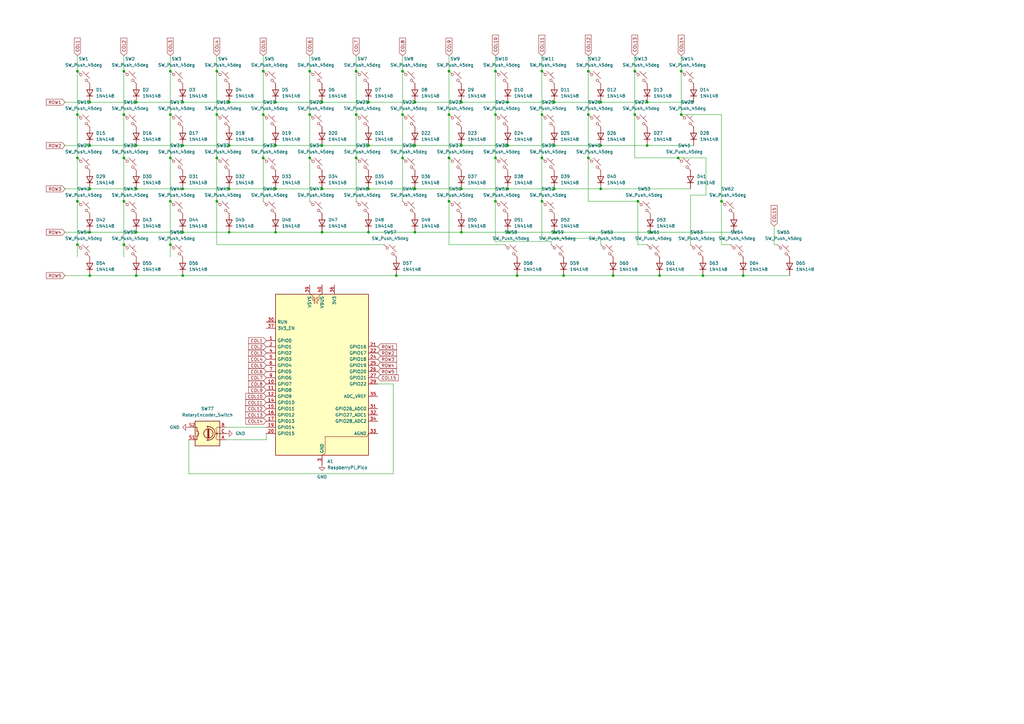
<source format=kicad_sch>
(kicad_sch (version 20250114) (generator "eeschema") (generator_version "9.0")
  (paper "A3")
  (junction (at 212.09 113.03))
  (junction (at 74.93 95.25))
  (junction (at 113.03 41.91))
  (junction (at 162.56 113.03))
  (junction (at 55.88 41.91))
  (junction (at 279.4 46.99))
  (junction (at 74.93 113.03))
  (junction (at 151.13 41.91))
  (junction (at 50.8 46.99))
  (junction (at 36.83 59.69))
  (junction (at 31.75 100.33))
  (junction (at 170.18 59.69))
  (junction (at 270.51 113.03))
  (junction (at 50.8 82.55))
  (junction (at 208.28 41.91))
  (junction (at 36.83 113.03))
  (junction (at 208.28 77.47))
  (junction (at 170.18 77.47))
  (junction (at 74.93 59.69))
  (junction (at 107.95 64.77))
  (junction (at 74.93 77.47))
  (junction (at 222.25 64.77))
  (junction (at 165.1 29.21))
  (junction (at 132.08 77.47))
  (junction (at 74.93 41.91))
  (junction (at 251.46 113.03))
  (junction (at 222.25 46.99))
  (junction (at 151.13 77.47))
  (junction (at 69.85 100.33))
  (junction (at 55.88 95.25))
  (junction (at 146.05 29.21))
  (junction (at 246.38 41.91))
  (junction (at 50.8 64.77))
  (junction (at 55.88 113.03))
  (junction (at 265.43 59.69))
  (junction (at 241.3 46.99))
  (junction (at 93.98 41.91))
  (junction (at 113.03 59.69))
  (junction (at 170.18 41.91))
  (junction (at 132.08 41.91))
  (junction (at 231.14 113.03))
  (junction (at 55.88 59.69))
  (junction (at 203.2 64.77))
  (junction (at 304.8 113.03))
  (junction (at 189.23 77.47))
  (junction (at 246.38 77.47))
  (junction (at 222.25 29.21))
  (junction (at 241.3 29.21))
  (junction (at 31.75 29.21))
  (junction (at 241.3 64.77))
  (junction (at 189.23 59.69))
  (junction (at 189.23 41.91))
  (junction (at 266.7 95.25))
  (junction (at 184.15 29.21))
  (junction (at 288.29 113.03))
  (junction (at 279.4 29.21))
  (junction (at 69.85 29.21))
  (junction (at 93.98 95.25))
  (junction (at 88.9 46.99))
  (junction (at 151.13 59.69))
  (junction (at 165.1 46.99))
  (junction (at 203.2 46.99))
  (junction (at 31.75 46.99))
  (junction (at 36.83 77.47))
  (junction (at 113.03 77.47))
  (junction (at 31.75 64.77))
  (junction (at 146.05 46.99))
  (junction (at 203.2 82.55))
  (junction (at 203.2 29.21))
  (junction (at 88.9 64.77))
  (junction (at 151.13 95.25))
  (junction (at 261.62 82.55))
  (junction (at 113.03 95.25))
  (junction (at 88.9 82.55))
  (junction (at 170.18 95.25))
  (junction (at 146.05 64.77))
  (junction (at 227.33 41.91))
  (junction (at 222.25 82.55))
  (junction (at 55.88 77.47))
  (junction (at 208.28 59.69))
  (junction (at 127 29.21))
  (junction (at 93.98 59.69))
  (junction (at 227.33 77.47))
  (junction (at 69.85 46.99))
  (junction (at 127 46.99))
  (junction (at 93.98 77.47))
  (junction (at 69.85 64.77))
  (junction (at 260.35 46.99))
  (junction (at 132.08 59.69))
  (junction (at 260.35 29.21))
  (junction (at 107.95 46.99))
  (junction (at 36.83 41.91))
  (junction (at 69.85 82.55))
  (junction (at 184.15 46.99))
  (junction (at 265.43 41.91))
  (junction (at 227.33 95.25))
  (junction (at 31.75 82.55))
  (junction (at 127 64.77))
  (junction (at 208.28 95.25))
  (junction (at 36.83 95.25))
  (junction (at 295.91 82.55))
  (junction (at 165.1 64.77))
  (junction (at 50.8 29.21))
  (junction (at 189.23 95.25))
  (junction (at 132.08 95.25))
  (junction (at 227.33 59.69))
  (junction (at 107.95 29.21))
  (junction (at 184.15 82.55))
  (junction (at 88.9 29.21))
  (junction (at 278.13 64.77))
  (junction (at 246.38 59.69))
  (junction (at 50.8 100.33))
  (junction (at 184.15 64.77))
  (wire (pts (xy 246.38 41.91) (xy 265.43 41.91)))
  (wire (pts (xy 170.18 95.25) (xy 189.23 95.25)))
  (wire (pts (xy 55.88 95.25) (xy 74.93 95.25)))
  (wire (pts (xy 208.28 41.91) (xy 227.33 41.91)))
  (wire (pts (xy 260.35 22.86) (xy 260.35 29.21)))
  (wire (pts (xy 93.98 59.69) (xy 113.03 59.69)))
  (wire (pts (xy 279.4 46.99) (xy 295.91 46.99)))
  (wire (pts (xy 55.88 77.47) (xy 74.93 77.47)))
  (wire (pts (xy 31.75 82.55) (xy 31.75 100.33)))
  (wire (pts (xy 222.25 82.55) (xy 222.25 97.79)))
  (wire (pts (xy 189.23 41.91) (xy 208.28 41.91)))
  (wire (pts (xy 266.7 95.25) (xy 300.99 95.25)))
  (wire (pts (xy 246.38 97.79) (xy 246.38 100.33)))
  (wire (pts (xy 55.88 41.91) (xy 74.93 41.91)))
  (wire (pts (xy 203.2 29.21) (xy 203.2 46.99)))
  (wire (pts (xy 203.2 82.55) (xy 203.2 99.06)))
  (wire (pts (xy 222.25 64.77) (xy 222.25 82.55)))
  (wire (pts (xy 50.8 29.21) (xy 50.8 46.99)))
  (wire (pts (xy 260.35 29.21) (xy 260.35 46.99)))
  (wire (pts (xy 208.28 59.69) (xy 227.33 59.69)))
  (wire (pts (xy 31.75 29.21) (xy 31.75 46.99)))
  (wire (pts (xy 241.3 46.99) (xy 241.3 64.77)))
  (wire (pts (xy 77.47 194.31) (xy 161.29 194.31)))
  (wire (pts (xy 261.62 82.55) (xy 261.62 100.33)))
  (wire (pts (xy 88.9 22.86) (xy 88.9 29.21)))
  (wire (pts (xy 151.13 41.91) (xy 170.18 41.91)))
  (wire (pts (xy 165.1 29.21) (xy 165.1 46.99)))
  (wire (pts (xy 55.88 59.69) (xy 74.93 59.69)))
  (wire (pts (xy 146.05 64.77) (xy 146.05 82.55)))
  (wire (pts (xy 170.18 77.47) (xy 189.23 77.47)))
  (wire (pts (xy 260.35 46.99) (xy 260.35 64.77)))
  (wire (pts (xy 165.1 22.86) (xy 165.1 29.21)))
  (wire (pts (xy 88.9 29.21) (xy 88.9 46.99)))
  (wire (pts (xy 165.1 64.77) (xy 165.1 82.55)))
  (wire (pts (xy 36.83 95.25) (xy 55.88 95.25)))
  (wire (pts (xy 26.67 59.69) (xy 36.83 59.69)))
  (wire (pts (xy 26.67 113.03) (xy 36.83 113.03)))
  (wire (pts (xy 36.83 41.91) (xy 55.88 41.91)))
  (wire (pts (xy 241.3 29.21) (xy 241.3 46.99)))
  (wire (pts (xy 184.15 46.99) (xy 184.15 64.77)))
  (wire (pts (xy 161.29 157.48) (xy 154.94 157.48)))
  (wire (pts (xy 36.83 113.03) (xy 55.88 113.03)))
  (wire (pts (xy 26.67 95.25) (xy 36.83 95.25)))
  (wire (pts (xy 69.85 29.21) (xy 69.85 46.99)))
  (wire (pts (xy 74.93 113.03) (xy 162.56 113.03)))
  (wire (pts (xy 50.8 82.55) (xy 50.8 100.33)))
  (wire (pts (xy 88.9 64.77) (xy 88.9 82.55)))
  (wire (pts (xy 132.08 77.47) (xy 151.13 77.47)))
  (wire (pts (xy 288.29 113.03) (xy 304.8 113.03)))
  (wire (pts (xy 127 29.21) (xy 127 46.99)))
  (wire (pts (xy 161.29 194.31) (xy 161.29 157.48)))
  (wire (pts (xy 113.03 95.25) (xy 132.08 95.25)))
  (wire (pts (xy 113.03 41.91) (xy 132.08 41.91)))
  (wire (pts (xy 31.75 64.77) (xy 31.75 82.55)))
  (wire (pts (xy 162.56 113.03) (xy 212.09 113.03)))
  (wire (pts (xy 146.05 22.86) (xy 146.05 29.21)))
  (wire (pts (xy 74.93 41.91) (xy 93.98 41.91)))
  (wire (pts (xy 132.08 95.25) (xy 151.13 95.25)))
  (wire (pts (xy 31.75 100.33) (xy 31.75 105.41)))
  (wire (pts (xy 74.93 59.69) (xy 93.98 59.69)))
  (wire (pts (xy 283.21 80.01) (xy 289.56 80.01)))
  (wire (pts (xy 265.43 59.69) (xy 284.48 59.69)))
  (wire (pts (xy 289.56 64.77) (xy 278.13 64.77)))
  (wire (pts (xy 113.03 59.69) (xy 132.08 59.69)))
  (wire (pts (xy 260.35 64.77) (xy 278.13 64.77)))
  (wire (pts (xy 241.3 82.55) (xy 261.62 82.55)))
  (wire (pts (xy 69.85 46.99) (xy 69.85 64.77)))
  (wire (pts (xy 295.91 82.55) (xy 295.91 46.99)))
  (wire (pts (xy 69.85 100.33) (xy 69.85 105.41)))
  (wire (pts (xy 227.33 77.47) (xy 246.38 77.47)))
  (wire (pts (xy 36.83 59.69) (xy 55.88 59.69)))
  (wire (pts (xy 127 46.99) (xy 127 64.77)))
  (wire (pts (xy 246.38 59.69) (xy 265.43 59.69)))
  (wire (pts (xy 26.67 41.91) (xy 36.83 41.91)))
  (wire (pts (xy 146.05 29.21) (xy 146.05 46.99)))
  (wire (pts (xy 50.8 22.86) (xy 50.8 29.21)))
  (wire (pts (xy 127 22.86) (xy 127 29.21)))
  (wire (pts (xy 317.5 92.71) (xy 317.5 100.33)))
  (wire (pts (xy 31.75 22.86) (xy 31.75 29.21)))
  (wire (pts (xy 265.43 41.91) (xy 284.48 41.91)))
  (wire (pts (xy 279.4 22.86) (xy 279.4 29.21)))
  (wire (pts (xy 208.28 77.47) (xy 227.33 77.47)))
  (wire (pts (xy 241.3 22.86) (xy 241.3 29.21)))
  (wire (pts (xy 127 64.77) (xy 127 82.55)))
  (wire (pts (xy 203.2 46.99) (xy 203.2 64.77)))
  (wire (pts (xy 241.3 64.77) (xy 241.3 82.55)))
  (wire (pts (xy 93.98 41.91) (xy 113.03 41.91)))
  (wire (pts (xy 222.25 22.86) (xy 222.25 29.21)))
  (wire (pts (xy 31.75 46.99) (xy 31.75 64.77)))
  (wire (pts (xy 93.98 95.25) (xy 113.03 95.25)))
  (wire (pts (xy 251.46 113.03) (xy 270.51 113.03)))
  (wire (pts (xy 270.51 113.03) (xy 288.29 113.03)))
  (wire (pts (xy 283.21 100.33) (xy 283.21 80.01)))
  (wire (pts (xy 50.8 46.99) (xy 50.8 64.77)))
  (wire (pts (xy 74.93 95.25) (xy 93.98 95.25)))
  (wire (pts (xy 165.1 46.99) (xy 165.1 64.77)))
  (wire (pts (xy 184.15 29.21) (xy 184.15 46.99)))
  (wire (pts (xy 203.2 64.77) (xy 203.2 82.55)))
  (wire (pts (xy 184.15 22.86) (xy 184.15 29.21)))
  (wire (pts (xy 146.05 46.99) (xy 146.05 64.77)))
  (wire (pts (xy 227.33 59.69) (xy 246.38 59.69)))
  (wire (pts (xy 26.67 77.47) (xy 36.83 77.47)))
  (wire (pts (xy 107.95 64.77) (xy 107.95 82.55)))
  (wire (pts (xy 295.91 100.33) (xy 295.91 82.55)))
  (wire (pts (xy 107.95 46.99) (xy 107.95 64.77)))
  (wire (pts (xy 88.9 100.33) (xy 157.48 100.33)))
  (wire (pts (xy 184.15 82.55) (xy 184.15 100.33)))
  (wire (pts (xy 151.13 95.25) (xy 170.18 95.25)))
  (wire (pts (xy 222.25 46.99) (xy 222.25 64.77)))
  (wire (pts (xy 189.23 95.25) (xy 208.28 95.25)))
  (wire (pts (xy 69.85 64.77) (xy 69.85 82.55)))
  (wire (pts (xy 279.4 29.21) (xy 279.4 46.99)))
  (wire (pts (xy 208.28 95.25) (xy 227.33 95.25)))
  (wire (pts (xy 170.18 41.91) (xy 189.23 41.91)))
  (wire (pts (xy 77.47 180.34) (xy 77.47 194.31)))
  (wire (pts (xy 55.88 113.03) (xy 74.93 113.03)))
  (wire (pts (xy 226.06 99.06) (xy 226.06 100.33)))
  (wire (pts (xy 231.14 113.03) (xy 251.46 113.03)))
  (wire (pts (xy 203.2 99.06) (xy 226.06 99.06)))
  (wire (pts (xy 113.03 77.47) (xy 132.08 77.47)))
  (wire (pts (xy 212.09 113.03) (xy 231.14 113.03)))
  (wire (pts (xy 50.8 100.33) (xy 50.8 105.41)))
  (wire (pts (xy 246.38 77.47) (xy 283.21 77.47)))
  (wire (pts (xy 227.33 41.91) (xy 246.38 41.91)))
  (wire (pts (xy 69.85 22.86) (xy 69.85 29.21)))
  (wire (pts (xy 88.9 46.99) (xy 88.9 64.77)))
  (wire (pts (xy 222.25 29.21) (xy 222.25 46.99)))
  (wire (pts (xy 107.95 22.86) (xy 107.95 29.21)))
  (wire (pts (xy 222.25 97.79) (xy 246.38 97.79)))
  (wire (pts (xy 317.5 100.33) (xy 318.77 100.33)))
  (wire (pts (xy 261.62 100.33) (xy 265.43 100.33)))
  (wire (pts (xy 132.08 41.91) (xy 151.13 41.91)))
  (wire (pts (xy 299.72 100.33) (xy 295.91 100.33)))
  (wire (pts (xy 189.23 77.47) (xy 208.28 77.47)))
  (wire (pts (xy 88.9 82.55) (xy 88.9 100.33)))
  (wire (pts (xy 74.93 77.47) (xy 93.98 77.47)))
  (wire (pts (xy 109.22 180.34) (xy 109.22 177.8)))
  (wire (pts (xy 184.15 100.33) (xy 207.01 100.33)))
  (wire (pts (xy 92.71 180.34) (xy 109.22 180.34)))
  (wire (pts (xy 227.33 95.25) (xy 266.7 95.25)))
  (wire (pts (xy 304.8 113.03) (xy 323.85 113.03)))
  (wire (pts (xy 151.13 77.47) (xy 170.18 77.47)))
  (wire (pts (xy 36.83 77.47) (xy 55.88 77.47)))
  (wire (pts (xy 107.95 29.21) (xy 107.95 46.99)))
  (wire (pts (xy 184.15 64.77) (xy 184.15 82.55)))
  (wire (pts (xy 203.2 22.86) (xy 203.2 29.21)))
  (wire (pts (xy 289.56 80.01) (xy 289.56 64.77)))
  (wire (pts (xy 50.8 64.77) (xy 50.8 82.55)))
  (wire (pts (xy 151.13 59.69) (xy 170.18 59.69)))
  (wire (pts (xy 69.85 82.55) (xy 69.85 100.33)))
  (wire (pts (xy 170.18 59.69) (xy 189.23 59.69)))
  (wire (pts (xy 189.23 59.69) (xy 208.28 59.69)))
  (wire (pts (xy 132.08 59.69) (xy 151.13 59.69)))
  (wire (pts (xy 92.71 175.26) (xy 109.22 175.26)))
  (wire (pts (xy 93.98 77.47) (xy 113.03 77.47)))
  (global_label "COL7" (shape input) (at 109.22 154.94 180) (property "Intersheetrefs" "${INTERSHEET_REFS}" (effects (hide yes))))
  (global_label "COL13" (shape input) (at 260.35 22.86 90) (property "Intersheetrefs" "${INTERSHEET_REFS}" (effects (hide yes))))
  (global_label "ROW4" (shape input) (at 26.67 95.25 180) (property "Intersheetrefs" "${INTERSHEET_REFS}" (effects (hide yes))))
  (global_label "ROW3" (shape input) (at 154.94 147.32 0) (property "Intersheetrefs" "${INTERSHEET_REFS}" (effects (hide yes))))
  (global_label "COL11" (shape input) (at 109.22 165.1 180) (property "Intersheetrefs" "${INTERSHEET_REFS}" (effects (hide yes))))
  (global_label "COL8" (shape input) (at 109.22 157.48 180) (property "Intersheetrefs" "${INTERSHEET_REFS}" (effects (hide yes))))
  (global_label "COL1" (shape input) (at 31.75 22.86 90) (property "Intersheetrefs" "${INTERSHEET_REFS}" (effects (hide yes))))
  (global_label "COL14" (shape input) (at 279.4 22.86 90) (property "Intersheetrefs" "${INTERSHEET_REFS}" (effects (hide yes))))
  (global_label "COL9" (shape input) (at 184.15 22.86 90) (property "Intersheetrefs" "${INTERSHEET_REFS}" (effects (hide yes))))
  (global_label "COL3" (shape input) (at 69.85 22.86 90) (property "Intersheetrefs" "${INTERSHEET_REFS}" (effects (hide yes))))
  (global_label "COL5" (shape input) (at 109.22 149.86 180) (property "Intersheetrefs" "${INTERSHEET_REFS}" (effects (hide yes))))
  (global_label "COL8" (shape input) (at 165.1 22.86 90) (property "Intersheetrefs" "${INTERSHEET_REFS}" (effects (hide yes))))
  (global_label "COL3" (shape input) (at 109.22 144.78 180) (property "Intersheetrefs" "${INTERSHEET_REFS}" (effects (hide yes))))
  (global_label "COL10" (shape input) (at 203.2 22.86 90) (property "Intersheetrefs" "${INTERSHEET_REFS}" (effects (hide yes))))
  (global_label "ROW2" (shape input) (at 154.94 144.78 0) (property "Intersheetrefs" "${INTERSHEET_REFS}" (effects (hide yes))))
  (global_label "COL12" (shape input) (at 109.22 167.64 180) (property "Intersheetrefs" "${INTERSHEET_REFS}" (effects (hide yes))))
  (global_label "COL6" (shape input) (at 127 22.86 90) (property "Intersheetrefs" "${INTERSHEET_REFS}" (effects (hide yes))))
  (global_label "COL1" (shape input) (at 109.22 139.7 180) (property "Intersheetrefs" "${INTERSHEET_REFS}" (effects (hide yes))))
  (global_label "COL4" (shape input) (at 109.22 147.32 180) (property "Intersheetrefs" "${INTERSHEET_REFS}" (effects (hide yes))))
  (global_label "COL14" (shape input) (at 109.22 172.72 180) (property "Intersheetrefs" "${INTERSHEET_REFS}" (effects (hide yes))))
  (global_label "COL10" (shape input) (at 109.22 162.56 180) (property "Intersheetrefs" "${INTERSHEET_REFS}" (effects (hide yes))))
  (global_label "COL6" (shape input) (at 109.22 152.4 180) (property "Intersheetrefs" "${INTERSHEET_REFS}" (effects (hide yes))))
  (global_label "ROW3" (shape input) (at 26.67 77.47 180) (property "Intersheetrefs" "${INTERSHEET_REFS}" (effects (hide yes))))
  (global_label "COL15" (shape input) (at 154.94 154.94 0) (property "Intersheetrefs" "${INTERSHEET_REFS}" (effects (hide yes))))
  (global_label "ROW1" (shape input) (at 154.94 142.24 0) (property "Intersheetrefs" "${INTERSHEET_REFS}" (effects (hide yes))))
  (global_label "COL2" (shape input) (at 109.22 142.24 180) (property "Intersheetrefs" "${INTERSHEET_REFS}" (effects (hide yes))))
  (global_label "ROW1" (shape input) (at 26.67 41.91 180) (property "Intersheetrefs" "${INTERSHEET_REFS}" (effects (hide yes))))
  (global_label "ROW4" (shape input) (at 154.94 149.86 0) (property "Intersheetrefs" "${INTERSHEET_REFS}" (effects (hide yes))))
  (global_label "COL4" (shape input) (at 88.9 22.86 90) (property "Intersheetrefs" "${INTERSHEET_REFS}" (effects (hide yes))))
  (global_label "COL7" (shape input) (at 146.05 22.86 90) (property "Intersheetrefs" "${INTERSHEET_REFS}" (effects (hide yes))))
  (global_label "COL9" (shape input) (at 109.22 160.02 180) (property "Intersheetrefs" "${INTERSHEET_REFS}" (effects (hide yes))))
  (global_label "ROW5" (shape input) (at 154.94 152.4 0) (property "Intersheetrefs" "${INTERSHEET_REFS}" (effects (hide yes))))
  (global_label "COL5" (shape input) (at 107.95 22.86 90) (property "Intersheetrefs" "${INTERSHEET_REFS}" (effects (hide yes))))
  (global_label "COL13" (shape input) (at 109.22 170.18 180) (property "Intersheetrefs" "${INTERSHEET_REFS}" (effects (hide yes))))
  (global_label "ROW5" (shape input) (at 26.67 113.03 180) (property "Intersheetrefs" "${INTERSHEET_REFS}" (effects (hide yes))))
  (global_label "ROW2" (shape input) (at 26.67 59.69 180) (property "Intersheetrefs" "${INTERSHEET_REFS}" (effects (hide yes))))
  (global_label "COL12" (shape input) (at 241.3 22.86 90) (property "Intersheetrefs" "${INTERSHEET_REFS}" (effects (hide yes))))
  (global_label "COL15" (shape input) (at 317.5 92.71 90) (property "Intersheetrefs" "${INTERSHEET_REFS}" (effects (hide yes))))
  (global_label "COL2" (shape input) (at 50.8 22.86 90) (property "Intersheetrefs" "${INTERSHEET_REFS}" (effects (hide yes))))
  (global_label "COL11" (shape input) (at 222.25 22.86 90) (property "Intersheetrefs" "${INTERSHEET_REFS}" (effects (hide yes))))
  (symbol (lib_id "Diode:1N4148") (at 93.98 38.1 90) (unit 1)
    (property "Reference" "D4" (at 96.52 36.8299 90) (effects (justify right)))
    (property "Value" "1N4148" (at 96.52 39.3699 90) (effects (justify right)))
    (property "Footprint" "Diode_THT:D_DO-35_SOD27_P7.62mm_Horizontal" (effects (hide yes)))
    (property "Datasheet" "https://assets.nexperia.com/documents/data-sheet/1N4148_1N4448.pdf" (effects (hide yes)))
    (property "Description" "100V 0.15A standard switching diode, DO-35" (effects (hide yes)))
    (property "Sim.Device" "D" (effects (hide yes)))
    (property "Sim.Pins" "1=K 2=A" (effects (hide yes)))
  )
  (symbol (lib_id "Diode:1N4148") (at 93.98 73.66 90) (unit 1)
    (property "Reference" "D32" (at 96.52 72.3899 90) (effects (justify right)))
    (property "Value" "1N4148" (at 96.52 74.9299 90) (effects (justify right)))
    (property "Footprint" "Diode_THT:D_DO-35_SOD27_P7.62mm_Horizontal" (effects (hide yes)))
    (property "Datasheet" "https://assets.nexperia.com/documents/data-sheet/1N4148_1N4448.pdf" (effects (hide yes)))
    (property "Description" "100V 0.15A standard switching diode, DO-35" (effects (hide yes)))
    (property "Sim.Device" "D" (effects (hide yes)))
    (property "Sim.Pins" "1=K 2=A" (effects (hide yes)))
  )
  (symbol (lib_id "Diode:1N4148") (at 170.18 91.44 90) (unit 1)
    (property "Reference" "D49" (at 172.72 90.1699 90) (effects (justify right)))
    (property "Value" "1N4148" (at 172.72 92.7099 90) (effects (justify right)))
    (property "Footprint" "Diode_THT:D_DO-35_SOD27_P7.62mm_Horizontal" (effects (hide yes)))
    (property "Datasheet" "https://assets.nexperia.com/documents/data-sheet/1N4148_1N4448.pdf" (effects (hide yes)))
    (property "Description" "100V 0.15A standard switching diode, DO-35" (effects (hide yes)))
    (property "Sim.Device" "D" (effects (hide yes)))
    (property "Sim.Pins" "1=K 2=A" (effects (hide yes)))
  )
  (symbol (lib_id "Switch:SW_Push_45deg") (at 148.59 85.09 0) (unit 1)
    (property "Reference" "SW48" (at 148.59 77.47 0))
    (property "Value" "SW_Push_45deg" (at 148.59 80.01 0))
    (property "Footprint" "PCM_Switch_Keyboard_Hotswap_Kailh:SW_Hotswap_Kailh_MX_1.00u" (effects (hide yes)))
    (property "Description" "Push button switch, normally open, two pins, 45° tilted" (effects (hide yes)))
  )
  (symbol (lib_id "Diode:1N4148") (at 113.03 91.44 90) (unit 1)
    (property "Reference" "D46" (at 115.57 90.1699 90) (effects (justify right)))
    (property "Value" "1N4148" (at 115.57 92.7099 90) (effects (justify right)))
    (property "Footprint" "Diode_THT:D_DO-35_SOD27_P7.62mm_Horizontal" (effects (hide yes)))
    (property "Datasheet" "https://assets.nexperia.com/documents/data-sheet/1N4148_1N4448.pdf" (effects (hide yes)))
    (property "Description" "100V 0.15A standard switching diode, DO-35" (effects (hide yes)))
    (property "Sim.Device" "D" (effects (hide yes)))
    (property "Sim.Pins" "1=K 2=A" (effects (hide yes)))
  )
  (symbol (lib_id "Diode:1N4148") (at 36.83 38.1 90) (unit 1)
    (property "Reference" "D1" (at 39.37 36.8299 90) (effects (justify right)))
    (property "Value" "1N4148" (at 39.37 39.3699 90) (effects (justify right)))
    (property "Footprint" "Diode_THT:D_DO-35_SOD27_P7.62mm_Horizontal" (effects (hide yes)))
    (property "Datasheet" "https://assets.nexperia.com/documents/data-sheet/1N4148_1N4448.pdf" (effects (hide yes)))
    (property "Description" "100V 0.15A standard switching diode, DO-35" (effects (hide yes)))
    (property "Sim.Device" "D" (effects (hide yes)))
    (property "Sim.Pins" "1=K 2=A" (effects (hide yes)))
  )
  (symbol (lib_id "Diode:1N4148") (at 132.08 73.66 90) (unit 1)
    (property "Reference" "D34" (at 134.62 72.3899 90) (effects (justify right)))
    (property "Value" "1N4148" (at 134.62 74.9299 90) (effects (justify right)))
    (property "Footprint" "Diode_THT:D_DO-35_SOD27_P7.62mm_Horizontal" (effects (hide yes)))
    (property "Datasheet" "https://assets.nexperia.com/documents/data-sheet/1N4148_1N4448.pdf" (effects (hide yes)))
    (property "Description" "100V 0.15A standard switching diode, DO-35" (effects (hide yes)))
    (property "Sim.Device" "D" (effects (hide yes)))
    (property "Sim.Pins" "1=K 2=A" (effects (hide yes)))
  )
  (symbol (lib_id "Diode:1N4148") (at 265.43 55.88 90) (unit 1)
    (property "Reference" "D27" (at 267.97 54.6099 90) (effects (justify right)))
    (property "Value" "1N4148" (at 267.97 57.1499 90) (effects (justify right)))
    (property "Footprint" "Diode_THT:D_DO-35_SOD27_P7.62mm_Horizontal" (effects (hide yes)))
    (property "Datasheet" "https://assets.nexperia.com/documents/data-sheet/1N4148_1N4448.pdf" (effects (hide yes)))
    (property "Description" "100V 0.15A standard switching diode, DO-35" (effects (hide yes)))
    (property "Sim.Device" "D" (effects (hide yes)))
    (property "Sim.Pins" "1=K 2=A" (effects (hide yes)))
  )
  (symbol (lib_id "Diode:1N4148") (at 36.83 91.44 90) (unit 1)
    (property "Reference" "D42" (at 39.37 90.1699 90) (effects (justify right)))
    (property "Value" "1N4148" (at 39.37 92.7099 90) (effects (justify right)))
    (property "Footprint" "Diode_THT:D_DO-35_SOD27_P7.62mm_Horizontal" (effects (hide yes)))
    (property "Datasheet" "https://assets.nexperia.com/documents/data-sheet/1N4148_1N4448.pdf" (effects (hide yes)))
    (property "Description" "100V 0.15A standard switching diode, DO-35" (effects (hide yes)))
    (property "Sim.Device" "D" (effects (hide yes)))
    (property "Sim.Pins" "1=K 2=A" (effects (hide yes)))
  )
  (symbol (lib_id "Diode:1N4148") (at 36.83 73.66 90) (unit 1)
    (property "Reference" "D29" (at 39.37 72.3899 90) (effects (justify right)))
    (property "Value" "1N4148" (at 39.37 74.9299 90) (effects (justify right)))
    (property "Footprint" "Diode_THT:D_DO-35_SOD27_P7.62mm_Horizontal" (effects (hide yes)))
    (property "Datasheet" "https://assets.nexperia.com/documents/data-sheet/1N4148_1N4448.pdf" (effects (hide yes)))
    (property "Description" "100V 0.15A standard switching diode, DO-35" (effects (hide yes)))
    (property "Sim.Device" "D" (effects (hide yes)))
    (property "Sim.Pins" "1=K 2=A" (effects (hide yes)))
  )
  (symbol (lib_id "Switch:SW_Push_45deg") (at 91.44 85.09 0) (unit 1)
    (property "Reference" "SW45" (at 91.44 77.47 0))
    (property "Value" "SW_Push_45deg" (at 91.44 80.01 0))
    (property "Footprint" "PCM_Switch_Keyboard_Hotswap_Kailh:SW_Hotswap_Kailh_MX_1.00u" (effects (hide yes)))
    (property "Description" "Push button switch, normally open, two pins, 45° tilted" (effects (hide yes)))
  )
  (symbol (lib_id "Diode:1N4148") (at 189.23 38.1 90) (unit 1)
    (property "Reference" "D9" (at 191.77 36.8299 90) (effects (justify right)))
    (property "Value" "1N4148" (at 191.77 39.3699 90) (effects (justify right)))
    (property "Footprint" "Diode_THT:D_DO-35_SOD27_P7.62mm_Horizontal" (effects (hide yes)))
    (property "Datasheet" "https://assets.nexperia.com/documents/data-sheet/1N4148_1N4448.pdf" (effects (hide yes)))
    (property "Description" "100V 0.15A standard switching diode, DO-35" (effects (hide yes)))
    (property "Sim.Device" "D" (effects (hide yes)))
    (property "Sim.Pins" "1=K 2=A" (effects (hide yes)))
  )
  (symbol (lib_id "Diode:1N4148") (at 246.38 38.1 90) (unit 1)
    (property "Reference" "D12" (at 248.92 36.8299 90) (effects (justify right)))
    (property "Value" "1N4148" (at 248.92 39.3699 90) (effects (justify right)))
    (property "Footprint" "Diode_THT:D_DO-35_SOD27_P7.62mm_Horizontal" (effects (hide yes)))
    (property "Datasheet" "https://assets.nexperia.com/documents/data-sheet/1N4148_1N4448.pdf" (effects (hide yes)))
    (property "Description" "100V 0.15A standard switching diode, DO-35" (effects (hide yes)))
    (property "Sim.Device" "D" (effects (hide yes)))
    (property "Sim.Pins" "1=K 2=A" (effects (hide yes)))
  )
  (symbol (lib_id "Switch:SW_Push_45deg") (at 224.79 85.09 0) (unit 1)
    (property "Reference" "SW52" (at 224.79 77.47 0))
    (property "Value" "SW_Push_45deg" (at 224.79 80.01 0))
    (property "Footprint" "PCM_Switch_Keyboard_Hotswap_Kailh:SW_Hotswap_Kailh_MX_1.00u" (effects (hide yes)))
    (property "Description" "Push button switch, normally open, two pins, 45° tilted" (effects (hide yes)))
  )
  (symbol (lib_id "Switch:SW_Push_45deg") (at 160.02 102.87 0) (unit 1)
    (property "Reference" "SW57" (at 160.02 95.25 0))
    (property "Value" "SW_Push_45deg" (at 160.02 97.79 0))
    (property "Footprint" "PCM_Switch_Keyboard_Hotswap_Kailh:SW_Hotswap_Kailh_MX_6.25u" (effects (hide yes)))
    (property "Description" "Push button switch, normally open, two pins, 45° tilted" (effects (hide yes)))
  )
  (symbol (lib_id "Switch:SW_Push_45deg") (at 186.69 67.31 0) (unit 1)
    (property "Reference" "SW37" (at 186.69 59.69 0))
    (property "Value" "SW_Push_45deg" (at 186.69 62.23 0))
    (property "Footprint" "PCM_Switch_Keyboard_Hotswap_Kailh:SW_Hotswap_Kailh_MX_1.00u" (effects (hide yes)))
    (property "Description" "Push button switch, normally open, two pins, 45° tilted" (effects (hide yes)))
  )
  (symbol (lib_id "Diode:1N4148") (at 246.38 55.88 90) (unit 1)
    (property "Reference" "D26" (at 248.92 54.6099 90) (effects (justify right)))
    (property "Value" "1N4148" (at 248.92 57.1499 90) (effects (justify right)))
    (property "Footprint" "Diode_THT:D_DO-35_SOD27_P7.62mm_Horizontal" (effects (hide yes)))
    (property "Datasheet" "https://assets.nexperia.com/documents/data-sheet/1N4148_1N4448.pdf" (effects (hide yes)))
    (property "Description" "100V 0.15A standard switching diode, DO-35" (effects (hide yes)))
    (property "Sim.Device" "D" (effects (hide yes)))
    (property "Sim.Pins" "1=K 2=A" (effects (hide yes)))
  )
  (symbol (lib_id "Switch:SW_Push_45deg") (at 167.64 31.75 0) (unit 1)
    (property "Reference" "SW8" (at 167.64 24.13 0))
    (property "Value" "SW_Push_45deg" (at 167.64 26.67 0))
    (property "Footprint" "PCM_Switch_Keyboard_Hotswap_Kailh:SW_Hotswap_Kailh_MX_1.00u" (effects (hide yes)))
    (property "Description" "Push button switch, normally open, two pins, 45° tilted" (effects (hide yes)))
  )
  (symbol (lib_id "Switch:SW_Push_45deg") (at 224.79 49.53 0) (unit 1)
    (property "Reference" "SW25" (at 224.79 41.91 0))
    (property "Value" "SW_Push_45deg" (at 224.79 44.45 0))
    (property "Footprint" "PCM_Switch_Keyboard_Hotswap_Kailh:SW_Hotswap_Kailh_MX_1.00u" (effects (hide yes)))
    (property "Description" "Push button switch, normally open, two pins, 45° tilted" (effects (hide yes)))
  )
  (symbol (lib_id "power:GND") (at 132.08 190.5 0) (unit 1)
    (property "Reference" "#PWR03" (effects (hide yes)))
    (property "Value" "GND" (at 132.08 195.58 0))
    (property "Description" "Power symbol creates a global label with name \"GND\" , ground" (effects (hide yes)))
  )
  (symbol (lib_id "Switch:SW_Push_45deg") (at 148.59 49.53 0) (unit 1)
    (property "Reference" "SW21" (at 148.59 41.91 0))
    (property "Value" "SW_Push_45deg" (at 148.59 44.45 0))
    (property "Footprint" "PCM_Switch_Keyboard_Hotswap_Kailh:SW_Hotswap_Kailh_MX_1.00u" (effects (hide yes)))
    (property "Description" "Push button switch, normally open, two pins, 45° tilted" (effects (hide yes)))
  )
  (symbol (lib_id "Switch:SW_Push_45deg") (at 285.75 102.87 0) (unit 1)
    (property "Reference" "SW63" (at 285.75 95.25 0))
    (property "Value" "SW_Push_45deg" (at 285.75 97.79 0))
    (property "Footprint" "PCM_Switch_Keyboard_Hotswap_Kailh:SW_Hotswap_Kailh_MX_1.00u" (effects (hide yes)))
    (property "Description" "Push button switch, normally open, two pins, 45° tilted" (effects (hide yes)))
  )
  (symbol (lib_id "Diode:1N4148") (at 113.03 55.88 90) (unit 1)
    (property "Reference" "D19" (at 115.57 54.6099 90) (effects (justify right)))
    (property "Value" "1N4148" (at 115.57 57.1499 90) (effects (justify right)))
    (property "Footprint" "Diode_THT:D_DO-35_SOD27_P7.62mm_Horizontal" (effects (hide yes)))
    (property "Datasheet" "https://assets.nexperia.com/documents/data-sheet/1N4148_1N4448.pdf" (effects (hide yes)))
    (property "Description" "100V 0.15A standard switching diode, DO-35" (effects (hide yes)))
    (property "Sim.Device" "D" (effects (hide yes)))
    (property "Sim.Pins" "1=K 2=A" (effects (hide yes)))
  )
  (symbol (lib_id "Diode:1N4148") (at 189.23 91.44 90) (unit 1)
    (property "Reference" "D50" (at 191.77 90.1699 90) (effects (justify right)))
    (property "Value" "1N4148" (at 191.77 92.7099 90) (effects (justify right)))
    (property "Footprint" "Diode_THT:D_DO-35_SOD27_P7.62mm_Horizontal" (effects (hide yes)))
    (property "Datasheet" "https://assets.nexperia.com/documents/data-sheet/1N4148_1N4448.pdf" (effects (hide yes)))
    (property "Description" "100V 0.15A standard switching diode, DO-35" (effects (hide yes)))
    (property "Sim.Device" "D" (effects (hide yes)))
    (property "Sim.Pins" "1=K 2=A" (effects (hide yes)))
  )
  (symbol (lib_id "Switch:SW_Push_45deg") (at 262.89 31.75 0) (unit 1)
    (property "Reference" "SW13" (at 262.89 24.13 0))
    (property "Value" "SW_Push_45deg" (at 262.89 26.67 0))
    (property "Footprint" "PCM_Switch_Keyboard_Hotswap_Kailh:SW_Hotswap_Kailh_MX_1.00u" (effects (hide yes)))
    (property "Description" "Push button switch, normally open, two pins, 45° tilted" (effects (hide yes)))
  )
  (symbol (lib_id "Switch:SW_Push_45deg") (at 205.74 85.09 0) (unit 1)
    (property "Reference" "SW51" (at 205.74 77.47 0))
    (property "Value" "SW_Push_45deg" (at 205.74 80.01 0))
    (property "Footprint" "PCM_Switch_Keyboard_Hotswap_Kailh:SW_Hotswap_Kailh_MX_1.00u" (effects (hide yes)))
    (property "Description" "Push button switch, normally open, two pins, 45° tilted" (effects (hide yes)))
  )
  (symbol (lib_id "Diode:1N4148") (at 208.28 38.1 90) (unit 1)
    (property "Reference" "D10" (at 210.82 36.8299 90) (effects (justify right)))
    (property "Value" "1N4148" (at 210.82 39.3699 90) (effects (justify right)))
    (property "Footprint" "Diode_THT:D_DO-35_SOD27_P7.62mm_Horizontal" (effects (hide yes)))
    (property "Datasheet" "https://assets.nexperia.com/documents/data-sheet/1N4148_1N4448.pdf" (effects (hide yes)))
    (property "Description" "100V 0.15A standard switching diode, DO-35" (effects (hide yes)))
    (property "Sim.Device" "D" (effects (hide yes)))
    (property "Sim.Pins" "1=K 2=A" (effects (hide yes)))
  )
  (symbol (lib_id "Diode:1N4148") (at 74.93 38.1 90) (unit 1)
    (property "Reference" "D3" (at 77.47 36.8299 90) (effects (justify right)))
    (property "Value" "1N4148" (at 77.47 39.3699 90) (effects (justify right)))
    (property "Footprint" "Diode_THT:D_DO-35_SOD27_P7.62mm_Horizontal" (effects (hide yes)))
    (property "Datasheet" "https://assets.nexperia.com/documents/data-sheet/1N4148_1N4448.pdf" (effects (hide yes)))
    (property "Description" "100V 0.15A standard switching diode, DO-35" (effects (hide yes)))
    (property "Sim.Device" "D" (effects (hide yes)))
    (property "Sim.Pins" "1=K 2=A" (effects (hide yes)))
  )
  (symbol (lib_id "Diode:1N4148") (at 227.33 55.88 90) (unit 1)
    (property "Reference" "D25" (at 229.87 54.6099 90) (effects (justify right)))
    (property "Value" "1N4148" (at 229.87 57.1499 90) (effects (justify right)))
    (property "Footprint" "Diode_THT:D_DO-35_SOD27_P7.62mm_Horizontal" (effects (hide yes)))
    (property "Datasheet" "https://assets.nexperia.com/documents/data-sheet/1N4148_1N4448.pdf" (effects (hide yes)))
    (property "Description" "100V 0.15A standard switching diode, DO-35" (effects (hide yes)))
    (property "Sim.Device" "D" (effects (hide yes)))
    (property "Sim.Pins" "1=K 2=A" (effects (hide yes)))
  )
  (symbol (lib_id "Switch:SW_Push_45deg") (at 228.6 102.87 0) (unit 1)
    (property "Reference" "SW59" (at 228.6 95.25 0))
    (property "Value" "SW_Push_45deg" (at 228.6 97.79 0))
    (property "Footprint" "PCM_Switch_Keyboard_Hotswap_Kailh:SW_Hotswap_Kailh_MX_1.25u" (effects (hide yes)))
    (property "Description" "Push button switch, normally open, two pins, 45° tilted" (effects (hide yes)))
  )
  (symbol (lib_id "Diode:1N4148") (at 251.46 109.22 90) (unit 1)
    (property "Reference" "D60" (at 254 107.9499 90) (effects (justify right)))
    (property "Value" "1N4148" (at 254 110.4899 90) (effects (justify right)))
    (property "Footprint" "Diode_THT:D_DO-35_SOD27_P7.62mm_Horizontal" (effects (hide yes)))
    (property "Datasheet" "https://assets.nexperia.com/documents/data-sheet/1N4148_1N4448.pdf" (effects (hide yes)))
    (property "Description" "100V 0.15A standard switching diode, DO-35" (effects (hide yes)))
    (property "Sim.Device" "D" (effects (hide yes)))
    (property "Sim.Pins" "1=K 2=A" (effects (hide yes)))
  )
  (symbol (lib_id "Switch:SW_Push_45deg") (at 34.29 102.87 0) (unit 1)
    (property "Reference" "SW54" (at 34.29 95.25 0))
    (property "Value" "SW_Push_45deg" (at 34.29 97.79 0))
    (property "Footprint" "PCM_Switch_Keyboard_Hotswap_Kailh:SW_Hotswap_Kailh_MX_1.25u" (effects (hide yes)))
    (property "Description" "Push button switch, normally open, two pins, 45° tilted" (effects (hide yes)))
  )
  (symbol (lib_id "Diode:1N4148") (at 284.48 55.88 90) (unit 1)
    (property "Reference" "D28" (at 287.02 54.6099 90) (effects (justify right)))
    (property "Value" "1N4148" (at 287.02 57.1499 90) (effects (justify right)))
    (property "Footprint" "Diode_THT:D_DO-35_SOD27_P7.62mm_Horizontal" (effects (hide yes)))
    (property "Datasheet" "https://assets.nexperia.com/documents/data-sheet/1N4148_1N4448.pdf" (effects (hide yes)))
    (property "Description" "100V 0.15A standard switching diode, DO-35" (effects (hide yes)))
    (property "Sim.Device" "D" (effects (hide yes)))
    (property "Sim.Pins" "1=K 2=A" (effects (hide yes)))
  )
  (symbol (lib_id "Diode:1N4148") (at 283.21 73.66 90) (unit 1)
    (property "Reference" "D41" (at 285.75 72.3899 90) (effects (justify right)))
    (property "Value" "1N4148" (at 285.75 74.9299 90) (effects (justify right)))
    (property "Footprint" "Diode_THT:D_DO-35_SOD27_P7.62mm_Horizontal" (effects (hide yes)))
    (property "Datasheet" "https://assets.nexperia.com/documents/data-sheet/1N4148_1N4448.pdf" (effects (hide yes)))
    (property "Description" "100V 0.15A standard switching diode, DO-35" (effects (hide yes)))
    (property "Sim.Device" "D" (effects (hide yes)))
    (property "Sim.Pins" "1=K 2=A" (effects (hide yes)))
  )
  (symbol (lib_id "Switch:SW_Push_45deg") (at 110.49 31.75 0) (unit 1)
    (property "Reference" "SW5" (at 110.49 24.13 0))
    (property "Value" "SW_Push_45deg" (at 110.49 26.67 0))
    (property "Footprint" "PCM_Switch_Keyboard_Hotswap_Kailh:SW_Hotswap_Kailh_MX_1.00u" (effects (hide yes)))
    (property "Description" "Push button switch, normally open, two pins, 45° tilted" (effects (hide yes)))
  )
  (symbol (lib_id "Switch:SW_Push_45deg") (at 281.94 31.75 0) (unit 1)
    (property "Reference" "SW14" (at 281.94 24.13 0))
    (property "Value" "SW_Push_45deg" (at 281.94 26.67 0))
    (property "Footprint" "PCM_Switch_Keyboard_Hotswap_Kailh:SW_Hotswap_Kailh_MX_2.00u" (effects (hide yes)))
    (property "Description" "Push button switch, normally open, two pins, 45° tilted" (effects (hide yes)))
  )
  (symbol (lib_id "Switch:SW_Push_45deg") (at 53.34 31.75 0) (unit 1)
    (property "Reference" "SW2" (at 53.34 24.13 0))
    (property "Value" "SW_Push_45deg" (at 53.34 26.67 0))
    (property "Footprint" "PCM_Switch_Keyboard_Hotswap_Kailh:SW_Hotswap_Kailh_MX_1.00u" (effects (hide yes)))
    (property "Description" "Push button switch, normally open, two pins, 45° tilted" (effects (hide yes)))
  )
  (symbol (lib_id "Diode:1N4148") (at 74.93 55.88 90) (unit 1)
    (property "Reference" "D17" (at 77.47 54.6099 90) (effects (justify right)))
    (property "Value" "1N4148" (at 77.47 57.1499 90) (effects (justify right)))
    (property "Footprint" "Diode_THT:D_DO-35_SOD27_P7.62mm_Horizontal" (effects (hide yes)))
    (property "Datasheet" "https://assets.nexperia.com/documents/data-sheet/1N4148_1N4448.pdf" (effects (hide yes)))
    (property "Description" "100V 0.15A standard switching diode, DO-35" (effects (hide yes)))
    (property "Sim.Device" "D" (effects (hide yes)))
    (property "Sim.Pins" "1=K 2=A" (effects (hide yes)))
  )
  (symbol (lib_id "Switch:SW_Push_45deg") (at 148.59 67.31 0) (unit 1)
    (property "Reference" "SW35" (at 148.59 59.69 0))
    (property "Value" "SW_Push_45deg" (at 148.59 62.23 0))
    (property "Footprint" "PCM_Switch_Keyboard_Hotswap_Kailh:SW_Hotswap_Kailh_MX_1.00u" (effects (hide yes)))
    (property "Description" "Push button switch, normally open, two pins, 45° tilted" (effects (hide yes)))
  )
  (symbol (lib_id "Diode:1N4148") (at 93.98 55.88 90) (unit 1)
    (property "Reference" "D18" (at 96.52 54.6099 90) (effects (justify right)))
    (property "Value" "1N4148" (at 96.52 57.1499 90) (effects (justify right)))
    (property "Footprint" "Diode_THT:D_DO-35_SOD27_P7.62mm_Horizontal" (effects (hide yes)))
    (property "Datasheet" "https://assets.nexperia.com/documents/data-sheet/1N4148_1N4448.pdf" (effects (hide yes)))
    (property "Description" "100V 0.15A standard switching diode, DO-35" (effects (hide yes)))
    (property "Sim.Device" "D" (effects (hide yes)))
    (property "Sim.Pins" "1=K 2=A" (effects (hide yes)))
  )
  (symbol (lib_id "Diode:1N4148") (at 189.23 73.66 90) (unit 1)
    (property "Reference" "D37" (at 191.77 72.3899 90) (effects (justify right)))
    (property "Value" "1N4148" (at 191.77 74.9299 90) (effects (justify right)))
    (property "Footprint" "Diode_THT:D_DO-35_SOD27_P7.62mm_Horizontal" (effects (hide yes)))
    (property "Datasheet" "https://assets.nexperia.com/documents/data-sheet/1N4148_1N4448.pdf" (effects (hide yes)))
    (property "Description" "100V 0.15A standard switching diode, DO-35" (effects (hide yes)))
    (property "Sim.Device" "D" (effects (hide yes)))
    (property "Sim.Pins" "1=K 2=A" (effects (hide yes)))
  )
  (symbol (lib_id "Diode:1N4148") (at 55.88 55.88 90) (unit 1)
    (property "Reference" "D16" (at 58.42 54.6099 90) (effects (justify right)))
    (property "Value" "1N4148" (at 58.42 57.1499 90) (effects (justify right)))
    (property "Footprint" "Diode_THT:D_DO-35_SOD27_P7.62mm_Horizontal" (effects (hide yes)))
    (property "Datasheet" "https://assets.nexperia.com/documents/data-sheet/1N4148_1N4448.pdf" (effects (hide yes)))
    (property "Description" "100V 0.15A standard switching diode, DO-35" (effects (hide yes)))
    (property "Sim.Device" "D" (effects (hide yes)))
    (property "Sim.Pins" "1=K 2=A" (effects (hide yes)))
  )
  (symbol (lib_id "Switch:SW_Push_45deg") (at 110.49 85.09 0) (unit 1)
    (property "Reference" "SW46" (at 110.49 77.47 0))
    (property "Value" "SW_Push_45deg" (at 110.49 80.01 0))
    (property "Footprint" "PCM_Switch_Keyboard_Hotswap_Kailh:SW_Hotswap_Kailh_MX_1.00u" (effects (hide yes)))
    (property "Description" "Push button switch, normally open, two pins, 45° tilted" (effects (hide yes)))
  )
  (symbol (lib_id "Switch:SW_Push_45deg") (at 129.54 31.75 0) (unit 1)
    (property "Reference" "SW6" (at 129.54 24.13 0))
    (property "Value" "SW_Push_45deg" (at 129.54 26.67 0))
    (property "Footprint" "PCM_Switch_Keyboard_Hotswap_Kailh:SW_Hotswap_Kailh_MX_1.00u" (effects (hide yes)))
    (property "Description" "Push button switch, normally open, two pins, 45° tilted" (effects (hide yes)))
  )
  (symbol (lib_id "Switch:SW_Push_45deg") (at 53.34 85.09 0) (unit 1)
    (property "Reference" "SW43" (at 53.34 77.47 0))
    (property "Value" "SW_Push_45deg" (at 53.34 80.01 0))
    (property "Footprint" "PCM_Switch_Keyboard_Hotswap_Kailh:SW_Hotswap_Kailh_MX_1.00u" (effects (hide yes)))
    (property "Description" "Push button switch, normally open, two pins, 45° tilted" (effects (hide yes)))
  )
  (symbol (lib_id "Switch:SW_Push_45deg") (at 205.74 49.53 0) (unit 1)
    (property "Reference" "SW24" (at 205.74 41.91 0))
    (property "Value" "SW_Push_45deg" (at 205.74 44.45 0))
    (property "Footprint" "PCM_Switch_Keyboard_Hotswap_Kailh:SW_Hotswap_Kailh_MX_1.00u" (effects (hide yes)))
    (property "Description" "Push button switch, normally open, two pins, 45° tilted" (effects (hide yes)))
  )
  (symbol (lib_id "Diode:1N4148") (at 266.7 91.44 90) (unit 1)
    (property "Reference" "D53" (at 269.24 90.1699 90) (effects (justify right)))
    (property "Value" "1N4148" (at 269.24 92.7099 90) (effects (justify right)))
    (property "Footprint" "Diode_THT:D_DO-35_SOD27_P7.62mm_Horizontal" (effects (hide yes)))
    (property "Datasheet" "https://assets.nexperia.com/documents/data-sheet/1N4148_1N4448.pdf" (effects (hide yes)))
    (property "Description" "100V 0.15A standard switching diode, DO-35" (effects (hide yes)))
    (property "Sim.Device" "D" (effects (hide yes)))
    (property "Sim.Pins" "1=K 2=A" (effects (hide yes)))
  )
  (symbol (lib_id "Diode:1N4148") (at 36.83 55.88 90) (unit 1)
    (property "Reference" "D15" (at 39.37 54.6099 90) (effects (justify right)))
    (property "Value" "1N4148" (at 39.37 57.1499 90) (effects (justify right)))
    (property "Footprint" "Diode_THT:D_DO-35_SOD27_P7.62mm_Horizontal" (effects (hide yes)))
    (property "Datasheet" "https://assets.nexperia.com/documents/data-sheet/1N4148_1N4448.pdf" (effects (hide yes)))
    (property "Description" "100V 0.15A standard switching diode, DO-35" (effects (hide yes)))
    (property "Sim.Device" "D" (effects (hide yes)))
    (property "Sim.Pins" "1=K 2=A" (effects (hide yes)))
  )
  (symbol (lib_id "Diode:1N4148") (at 113.03 73.66 90) (unit 1)
    (property "Reference" "D33" (at 115.57 72.3899 90) (effects (justify right)))
    (property "Value" "1N4148" (at 115.57 74.9299 90) (effects (justify right)))
    (property "Footprint" "Diode_THT:D_DO-35_SOD27_P7.62mm_Horizontal" (effects (hide yes)))
    (property "Datasheet" "https://assets.nexperia.com/documents/data-sheet/1N4148_1N4448.pdf" (effects (hide yes)))
    (property "Description" "100V 0.15A standard switching diode, DO-35" (effects (hide yes)))
    (property "Sim.Device" "D" (effects (hide yes)))
    (property "Sim.Pins" "1=K 2=A" (effects (hide yes)))
  )
  (symbol (lib_id "power:GND") (at 92.71 177.8 90) (unit 1)
    (property "Reference" "#PWR01" (effects (hide yes)))
    (property "Value" "GND" (at 96.52 177.7999 90) (effects (justify right)))
    (property "Description" "Power symbol creates a global label with name \"GND\" , ground" (effects (hide yes)))
  )
  (symbol (lib_id "Switch:SW_Push_45deg") (at 264.16 85.09 0) (unit 1)
    (property "Reference" "SW53" (at 264.16 77.47 0))
    (property "Value" "SW_Push_45deg" (at 264.16 80.01 0))
    (property "Footprint" "PCM_Switch_Keyboard_Hotswap_Kailh:SW_Hotswap_Kailh_MX_2.75u" (effects (hide yes)))
    (property "Description" "Push button switch, normally open, two pins, 45° tilted" (effects (hide yes)))
  )
  (symbol (lib_id "Switch:SW_Push_45deg") (at 302.26 102.87 0) (unit 1)
    (property "Reference" "SW64" (at 302.26 95.25 0))
    (property "Value" "SW_Push_45deg" (at 302.26 97.79 0))
    (property "Footprint" "PCM_Switch_Keyboard_Hotswap_Kailh:SW_Hotswap_Kailh_MX_1.00u" (effects (hide yes)))
    (property "Description" "Push button switch, normally open, two pins, 45° tilted" (effects (hide yes)))
  )
  (symbol (lib_id "Switch:SW_Push_45deg") (at 129.54 67.31 0) (unit 1)
    (property "Reference" "SW34" (at 129.54 59.69 0))
    (property "Value" "SW_Push_45deg" (at 129.54 62.23 0))
    (property "Footprint" "PCM_Switch_Keyboard_Hotswap_Kailh:SW_Hotswap_Kailh_MX_1.00u" (effects (hide yes)))
    (property "Description" "Push button switch, normally open, two pins, 45° tilted" (effects (hide yes)))
  )
  (symbol (lib_id "Diode:1N4148") (at 113.03 38.1 90) (unit 1)
    (property "Reference" "D5" (at 115.57 36.8299 90) (effects (justify right)))
    (property "Value" "1N4148" (at 115.57 39.3699 90) (effects (justify right)))
    (property "Footprint" "Diode_THT:D_DO-35_SOD27_P7.62mm_Horizontal" (effects (hide yes)))
    (property "Datasheet" "https://assets.nexperia.com/documents/data-sheet/1N4148_1N4448.pdf" (effects (hide yes)))
    (property "Description" "100V 0.15A standard switching diode, DO-35" (effects (hide yes)))
    (property "Sim.Device" "D" (effects (hide yes)))
    (property "Sim.Pins" "1=K 2=A" (effects (hide yes)))
  )
  (symbol (lib_id "power:GND") (at 77.47 175.26 270) (unit 1)
    (property "Reference" "#PWR02" (effects (hide yes)))
    (property "Value" "GND" (at 73.66 175.2599 90) (effects (justify right)))
    (property "Description" "Power symbol creates a global label with name \"GND\" , ground" (effects (hide yes)))
  )
  (symbol (lib_id "Diode:1N4148") (at 55.88 73.66 90) (unit 1)
    (property "Reference" "D30" (at 58.42 72.3899 90) (effects (justify right)))
    (property "Value" "1N4148" (at 58.42 74.9299 90) (effects (justify right)))
    (property "Footprint" "Diode_THT:D_DO-35_SOD27_P7.62mm_Horizontal" (effects (hide yes)))
    (property "Datasheet" "https://assets.nexperia.com/documents/data-sheet/1N4148_1N4448.pdf" (effects (hide yes)))
    (property "Description" "100V 0.15A standard switching diode, DO-35" (effects (hide yes)))
    (property "Sim.Device" "D" (effects (hide yes)))
    (property "Sim.Pins" "1=K 2=A" (effects (hide yes)))
  )
  (symbol (lib_id "Diode:1N4148") (at 151.13 91.44 90) (unit 1)
    (property "Reference" "D48" (at 153.67 90.1699 90) (effects (justify right)))
    (property "Value" "1N4148" (at 153.67 92.7099 90) (effects (justify right)))
    (property "Footprint" "Diode_THT:D_DO-35_SOD27_P7.62mm_Horizontal" (effects (hide yes)))
    (property "Datasheet" "https://assets.nexperia.com/documents/data-sheet/1N4148_1N4448.pdf" (effects (hide yes)))
    (property "Description" "100V 0.15A standard switching diode, DO-35" (effects (hide yes)))
    (property "Sim.Device" "D" (effects (hide yes)))
    (property "Sim.Pins" "1=K 2=A" (effects (hide yes)))
  )
  (symbol (lib_id "Switch:SW_Push_45deg") (at 72.39 31.75 0) (unit 1)
    (property "Reference" "SW3" (at 72.39 24.13 0))
    (property "Value" "SW_Push_45deg" (at 72.39 26.67 0))
    (property "Footprint" "PCM_Switch_Keyboard_Hotswap_Kailh:SW_Hotswap_Kailh_MX_1.00u" (effects (hide yes)))
    (property "Description" "Push button switch, normally open, two pins, 45° tilted" (effects (hide yes)))
  )
  (symbol (lib_id "Diode:1N4148") (at 74.93 109.22 90) (unit 1)
    (property "Reference" "D56" (at 77.47 107.9499 90) (effects (justify right)))
    (property "Value" "1N4148" (at 77.47 110.4899 90) (effects (justify right)))
    (property "Footprint" "Diode_THT:D_DO-35_SOD27_P7.62mm_Horizontal" (effects (hide yes)))
    (property "Datasheet" "https://assets.nexperia.com/documents/data-sheet/1N4148_1N4448.pdf" (effects (hide yes)))
    (property "Description" "100V 0.15A standard switching diode, DO-35" (effects (hide yes)))
    (property "Sim.Device" "D" (effects (hide yes)))
    (property "Sim.Pins" "1=K 2=A" (effects (hide yes)))
  )
  (symbol (lib_id "Diode:1N4148") (at 151.13 55.88 90) (unit 1)
    (property "Reference" "D21" (at 153.67 54.6099 90) (effects (justify right)))
    (property "Value" "1N4148" (at 153.67 57.1499 90) (effects (justify right)))
    (property "Footprint" "Diode_THT:D_DO-35_SOD27_P7.62mm_Horizontal" (effects (hide yes)))
    (property "Datasheet" "https://assets.nexperia.com/documents/data-sheet/1N4148_1N4448.pdf" (effects (hide yes)))
    (property "Description" "100V 0.15A standard switching diode, DO-35" (effects (hide yes)))
    (property "Sim.Device" "D" (effects (hide yes)))
    (property "Sim.Pins" "1=K 2=A" (effects (hide yes)))
  )
  (symbol (lib_id "Device:RotaryEncoder_Switch") (at 85.09 177.8 180) (unit 1)
    (property "Reference" "SW77" (at 85.09 167.64 0))
    (property "Value" "RotaryEncoder_Switch" (at 85.09 170.18 0))
    (property "Footprint" "Hotswap Sockets:RotaryEncoder_Alps_EC11E-Switch_Vertical_H20mm" (effects (hide yes)))
    (property "Description" "Rotary encoder, dual channel, incremental quadrate outputs, with switch" (effects (hide yes)))
  )
  (symbol (lib_id "Diode:1N4148") (at 304.8 109.22 90) (unit 1)
    (property "Reference" "D64" (at 307.34 107.9499 90) (effects (justify right)))
    (property "Value" "1N4148" (at 307.34 110.4899 90) (effects (justify right)))
    (property "Footprint" "Diode_THT:D_DO-35_SOD27_P7.62mm_Horizontal" (effects (hide yes)))
    (property "Datasheet" "https://assets.nexperia.com/documents/data-sheet/1N4148_1N4448.pdf" (effects (hide yes)))
    (property "Description" "100V 0.15A standard switching diode, DO-35" (effects (hide yes)))
    (property "Sim.Device" "D" (effects (hide yes)))
    (property "Sim.Pins" "1=K 2=A" (effects (hide yes)))
  )
  (symbol (lib_id "Switch:SW_Push_45deg") (at 186.69 49.53 0) (unit 1)
    (property "Reference" "SW23" (at 186.69 41.91 0))
    (property "Value" "SW_Push_45deg" (at 186.69 44.45 0))
    (property "Footprint" "PCM_Switch_Keyboard_Hotswap_Kailh:SW_Hotswap_Kailh_MX_1.00u" (effects (hide yes)))
    (property "Description" "Push button switch, normally open, two pins, 45° tilted" (effects (hide yes)))
  )
  (symbol (lib_id "Diode:1N4148") (at 55.88 109.22 90) (unit 1)
    (property "Reference" "D55" (at 58.42 107.9499 90) (effects (justify right)))
    (property "Value" "1N4148" (at 58.42 110.4899 90) (effects (justify right)))
    (property "Footprint" "Diode_THT:D_DO-35_SOD27_P7.62mm_Horizontal" (effects (hide yes)))
    (property "Datasheet" "https://assets.nexperia.com/documents/data-sheet/1N4148_1N4448.pdf" (effects (hide yes)))
    (property "Description" "100V 0.15A standard switching diode, DO-35" (effects (hide yes)))
    (property "Sim.Device" "D" (effects (hide yes)))
    (property "Sim.Pins" "1=K 2=A" (effects (hide yes)))
  )
  (symbol (lib_id "Switch:SW_Push_45deg") (at 262.89 49.53 0) (unit 1)
    (property "Reference" "SW27" (at 262.89 41.91 0))
    (property "Value" "SW_Push_45deg" (at 262.89 44.45 0))
    (property "Footprint" "PCM_Switch_Keyboard_Hotswap_Kailh:SW_Hotswap_Kailh_MX_1.00u" (effects (hide yes)))
    (property "Description" "Push button switch, normally open, two pins, 45° tilted" (effects (hide yes)))
  )
  (symbol (lib_id "Switch:SW_Push_45deg") (at 243.84 67.31 0) (unit 1)
    (property "Reference" "SW40" (at 243.84 59.69 0))
    (property "Value" "SW_Push_45deg" (at 243.84 62.23 0))
    (property "Footprint" "PCM_Switch_Keyboard_Hotswap_Kailh:SW_Hotswap_Kailh_MX_1.00u" (effects (hide yes)))
    (property "Description" "Push button switch, normally open, two pins, 45° tilted" (effects (hide yes)))
  )
  (symbol (lib_id "Switch:SW_Push_45deg") (at 110.49 49.53 0) (unit 1)
    (property "Reference" "SW19" (at 110.49 41.91 0))
    (property "Value" "SW_Push_45deg" (at 110.49 44.45 0))
    (property "Footprint" "PCM_Switch_Keyboard_Hotswap_Kailh:SW_Hotswap_Kailh_MX_1.00u" (effects (hide yes)))
    (property "Description" "Push button switch, normally open, two pins, 45° tilted" (effects (hide yes)))
  )
  (symbol (lib_id "Switch:SW_Push_45deg") (at 224.79 67.31 0) (unit 1)
    (property "Reference" "SW39" (at 224.79 59.69 0))
    (property "Value" "SW_Push_45deg" (at 224.79 62.23 0))
    (property "Footprint" "PCM_Switch_Keyboard_Hotswap_Kailh:SW_Hotswap_Kailh_MX_1.00u" (effects (hide yes)))
    (property "Description" "Push button switch, normally open, two pins, 45° tilted" (effects (hide yes)))
  )
  (symbol (lib_id "Switch:SW_Push_45deg") (at 267.97 102.87 0) (unit 1)
    (property "Reference" "SW61" (at 267.97 95.25 0))
    (property "Value" "SW_Push_45deg" (at 267.97 97.79 0))
    (property "Footprint" "PCM_Switch_Keyboard_Hotswap_Kailh:SW_Hotswap_Kailh_MX_1.25u" (effects (hide yes)))
    (property "Description" "Push button switch, normally open, two pins, 45° tilted" (effects (hide yes)))
  )
  (symbol (lib_id "Switch:SW_Push_45deg") (at 53.34 49.53 0) (unit 1)
    (property "Reference" "SW16" (at 53.34 41.91 0))
    (property "Value" "SW_Push_45deg" (at 53.34 44.45 0))
    (property "Footprint" "PCM_Switch_Keyboard_Hotswap_Kailh:SW_Hotswap_Kailh_MX_1.00u" (effects (hide yes)))
    (property "Description" "Push button switch, normally open, two pins, 45° tilted" (effects (hide yes)))
  )
  (symbol (lib_id "Diode:1N4148") (at 208.28 91.44 90) (unit 1)
    (property "Reference" "D51" (at 210.82 90.1699 90) (effects (justify right)))
    (property "Value" "1N4148" (at 210.82 92.7099 90) (effects (justify right)))
    (property "Footprint" "Diode_THT:D_DO-35_SOD27_P7.62mm_Horizontal" (effects (hide yes)))
    (property "Datasheet" "https://assets.nexperia.com/documents/data-sheet/1N4148_1N4448.pdf" (effects (hide yes)))
    (property "Description" "100V 0.15A standard switching diode, DO-35" (effects (hide yes)))
    (property "Sim.Device" "D" (effects (hide yes)))
    (property "Sim.Pins" "1=K 2=A" (effects (hide yes)))
  )
  (symbol (lib_id "Diode:1N4148") (at 93.98 91.44 90) (unit 1)
    (property "Reference" "D45" (at 96.52 90.1699 90) (effects (justify right)))
    (property "Value" "1N4148" (at 96.52 92.7099 90) (effects (justify right)))
    (property "Footprint" "Diode_THT:D_DO-35_SOD27_P7.62mm_Horizontal" (effects (hide yes)))
    (property "Datasheet" "https://assets.nexperia.com/documents/data-sheet/1N4148_1N4448.pdf" (effects (hide yes)))
    (property "Description" "100V 0.15A standard switching diode, DO-35" (effects (hide yes)))
    (property "Sim.Device" "D" (effects (hide yes)))
    (property "Sim.Pins" "1=K 2=A" (effects (hide yes)))
  )
  (symbol (lib_id "Diode:1N4148") (at 189.23 55.88 90) (unit 1)
    (property "Reference" "D23" (at 191.77 54.6099 90) (effects (justify right)))
    (property "Value" "1N4148" (at 191.77 57.1499 90) (effects (justify right)))
    (property "Footprint" "Diode_THT:D_DO-35_SOD27_P7.62mm_Horizontal" (effects (hide yes)))
    (property "Datasheet" "https://assets.nexperia.com/documents/data-sheet/1N4148_1N4448.pdf" (effects (hide yes)))
    (property "Description" "100V 0.15A standard switching diode, DO-35" (effects (hide yes)))
    (property "Sim.Device" "D" (effects (hide yes)))
    (property "Sim.Pins" "1=K 2=A" (effects (hide yes)))
  )
  (symbol (lib_id "Diode:1N4148") (at 227.33 38.1 90) (unit 1)
    (property "Reference" "D11" (at 229.87 36.8299 90) (effects (justify right)))
    (property "Value" "1N4148" (at 229.87 39.3699 90) (effects (justify right)))
    (property "Footprint" "Diode_THT:D_DO-35_SOD27_P7.62mm_Horizontal" (effects (hide yes)))
    (property "Datasheet" "https://assets.nexperia.com/documents/data-sheet/1N4148_1N4448.pdf" (effects (hide yes)))
    (property "Description" "100V 0.15A standard switching diode, DO-35" (effects (hide yes)))
    (property "Sim.Device" "D" (effects (hide yes)))
    (property "Sim.Pins" "1=K 2=A" (effects (hide yes)))
  )
  (symbol (lib_id "Switch:SW_Push_45deg") (at 72.39 49.53 0) (unit 1)
    (property "Reference" "SW17" (at 72.39 41.91 0))
    (property "Value" "SW_Push_45deg" (at 72.39 44.45 0))
    (property "Footprint" "PCM_Switch_Keyboard_Hotswap_Kailh:SW_Hotswap_Kailh_MX_1.00u" (effects (hide yes)))
    (property "Description" "Push button switch, normally open, two pins, 45° tilted" (effects (hide yes)))
  )
  (symbol (lib_id "Switch:SW_Push_45deg") (at 148.59 31.75 0) (unit 1)
    (property "Reference" "SW7" (at 148.59 24.13 0))
    (property "Value" "SW_Push_45deg" (at 148.59 26.67 0))
    (property "Footprint" "PCM_Switch_Keyboard_Hotswap_Kailh:SW_Hotswap_Kailh_MX_1.00u" (effects (hide yes)))
    (property "Description" "Push button switch, normally open, two pins, 45° tilted" (effects (hide yes)))
  )
  (symbol (lib_id "Diode:1N4148") (at 212.09 109.22 90) (unit 1)
    (property "Reference" "D58" (at 214.63 107.9499 90) (effects (justify right)))
    (property "Value" "1N4148" (at 214.63 110.4899 90) (effects (justify right)))
    (property "Footprint" "Diode_THT:D_DO-35_SOD27_P7.62mm_Horizontal" (effects (hide yes)))
    (property "Datasheet" "https://assets.nexperia.com/documents/data-sheet/1N4148_1N4448.pdf" (effects (hide yes)))
    (property "Description" "100V 0.15A standard switching diode, DO-35" (effects (hide yes)))
    (property "Sim.Device" "D" (effects (hide yes)))
    (property "Sim.Pins" "1=K 2=A" (effects (hide yes)))
  )
  (symbol (lib_id "Diode:1N4148") (at 132.08 55.88 90) (unit 1)
    (property "Reference" "D20" (at 134.62 54.6099 90) (effects (justify right)))
    (property "Value" "1N4148" (at 134.62 57.1499 90) (effects (justify right)))
    (property "Footprint" "Diode_THT:D_DO-35_SOD27_P7.62mm_Horizontal" (effects (hide yes)))
    (property "Datasheet" "https://assets.nexperia.com/documents/data-sheet/1N4148_1N4448.pdf" (effects (hide yes)))
    (property "Description" "100V 0.15A standard switching diode, DO-35" (effects (hide yes)))
    (property "Sim.Device" "D" (effects (hide yes)))
    (property "Sim.Pins" "1=K 2=A" (effects (hide yes)))
  )
  (symbol (lib_id "Diode:1N4148") (at 227.33 91.44 90) (unit 1)
    (property "Reference" "D52" (at 229.87 90.1699 90) (effects (justify right)))
    (property "Value" "1N4148" (at 229.87 92.7099 90) (effects (justify right)))
    (property "Footprint" "Diode_THT:D_DO-35_SOD27_P7.62mm_Horizontal" (effects (hide yes)))
    (property "Datasheet" "https://assets.nexperia.com/documents/data-sheet/1N4148_1N4448.pdf" (effects (hide yes)))
    (property "Description" "100V 0.15A standard switching diode, DO-35" (effects (hide yes)))
    (property "Sim.Device" "D" (effects (hide yes)))
    (property "Sim.Pins" "1=K 2=A" (effects (hide yes)))
  )
  (symbol (lib_id "Switch:SW_Push_45deg") (at 205.74 31.75 0) (unit 1)
    (property "Reference" "SW10" (at 205.74 24.13 0))
    (property "Value" "SW_Push_45deg" (at 205.74 26.67 0))
    (property "Footprint" "PCM_Switch_Keyboard_Hotswap_Kailh:SW_Hotswap_Kailh_MX_1.00u" (effects (hide yes)))
    (property "Description" "Push button switch, normally open, two pins, 45° tilted" (effects (hide yes)))
  )
  (symbol (lib_id "Diode:1N4148") (at 74.93 73.66 90) (unit 1)
    (property "Reference" "D31" (at 77.47 72.3899 90) (effects (justify right)))
    (property "Value" "1N4148" (at 77.47 74.9299 90) (effects (justify right)))
    (property "Footprint" "Diode_THT:D_DO-35_SOD27_P7.62mm_Horizontal" (effects (hide yes)))
    (property "Datasheet" "https://assets.nexperia.com/documents/data-sheet/1N4148_1N4448.pdf" (effects (hide yes)))
    (property "Description" "100V 0.15A standard switching diode, DO-35" (effects (hide yes)))
    (property "Sim.Device" "D" (effects (hide yes)))
    (property "Sim.Pins" "1=K 2=A" (effects (hide yes)))
  )
  (symbol (lib_id "Switch:SW_Push_45deg") (at 72.39 85.09 0) (unit 1)
    (property "Reference" "SW44" (at 72.39 77.47 0))
    (property "Value" "SW_Push_45deg" (at 72.39 80.01 0))
    (property "Footprint" "PCM_Switch_Keyboard_Hotswap_Kailh:SW_Hotswap_Kailh_MX_1.00u" (effects (hide yes)))
    (property "Description" "Push button switch, normally open, two pins, 45° tilted" (effects (hide yes)))
    (property "layer" "B.Cu" (effects (hide yes)))
  )
  (symbol (lib_id "Switch:SW_Push_45deg") (at 110.49 67.31 0) (unit 1)
    (property "Reference" "SW33" (at 110.49 59.69 0))
    (property "Value" "SW_Push_45deg" (at 110.49 62.23 0))
    (property "Footprint" "PCM_Switch_Keyboard_Hotswap_Kailh:SW_Hotswap_Kailh_MX_1.00u" (effects (hide yes)))
    (property "Description" "Push button switch, normally open, two pins, 45° tilted" (effects (hide yes)))
  )
  (symbol (lib_id "Diode:1N4148") (at 55.88 91.44 90) (unit 1)
    (property "Reference" "D43" (at 58.42 90.1699 90) (effects (justify right)))
    (property "Value" "1N4148" (at 58.42 92.7099 90) (effects (justify right)))
    (property "Footprint" "Diode_THT:D_DO-35_SOD27_P7.62mm_Horizontal" (effects (hide yes)))
    (property "Datasheet" "https://assets.nexperia.com/documents/data-sheet/1N4148_1N4448.pdf" (effects (hide yes)))
    (property "Description" "100V 0.15A standard switching diode, DO-35" (effects (hide yes)))
    (property "Sim.Device" "D" (effects (hide yes)))
    (property "Sim.Pins" "1=K 2=A" (effects (hide yes)))
  )
  (symbol (lib_id "Diode:1N4148") (at 55.88 38.1 90) (unit 1)
    (property "Reference" "D2" (at 58.42 36.8299 90) (effects (justify right)))
    (property "Value" "1N4148" (at 58.42 39.3699 90) (effects (justify right)))
    (property "Footprint" "Diode_THT:D_DO-35_SOD27_P7.62mm_Horizontal" (effects (hide yes)))
    (property "Datasheet" "https://assets.nexperia.com/documents/data-sheet/1N4148_1N4448.pdf" (effects (hide yes)))
    (property "Description" "100V 0.15A standard switching diode, DO-35" (effects (hide yes)))
    (property "Sim.Device" "D" (effects (hide yes)))
    (property "Sim.Pins" "1=K 2=A" (effects (hide yes)))
  )
  (symbol (lib_id "Diode:1N4148") (at 170.18 73.66 90) (unit 1)
    (property "Reference" "D36" (at 172.72 72.3899 90) (effects (justify right)))
    (property "Value" "1N4148" (at 172.72 74.9299 90) (effects (justify right)))
    (property "Footprint" "Diode_THT:D_DO-35_SOD27_P7.62mm_Horizontal" (effects (hide yes)))
    (property "Datasheet" "https://assets.nexperia.com/documents/data-sheet/1N4148_1N4448.pdf" (effects (hide yes)))
    (property "Description" "100V 0.15A standard switching diode, DO-35" (effects (hide yes)))
    (property "Sim.Device" "D" (effects (hide yes)))
    (property "Sim.Pins" "1=K 2=A" (effects (hide yes)))
  )
  (symbol (lib_id "Switch:SW_Push_45deg") (at 53.34 102.87 0) (unit 1)
    (property "Reference" "SW55" (at 53.34 95.25 0))
    (property "Value" "SW_Push_45deg" (at 53.34 97.79 0))
    (property "Footprint" "PCM_Switch_Keyboard_Hotswap_Kailh:SW_Hotswap_Kailh_MX_1.25u" (effects (hide yes)))
    (property "Description" "Push button switch, normally open, two pins, 45° tilted" (effects (hide yes)))
  )
  (symbol (lib_id "Switch:SW_Push_45deg") (at 72.39 102.87 0) (unit 1)
    (property "Reference" "SW56" (at 72.39 95.25 0))
    (property "Value" "SW_Push_45deg" (at 72.39 97.79 0))
    (property "Footprint" "PCM_Switch_Keyboard_Hotswap_Kailh:SW_Hotswap_Kailh_MX_1.25u" (effects (hide yes)))
    (property "Description" "Push button switch, normally open, two pins, 45° tilted" (effects (hide yes)))
  )
  (symbol (lib_id "Diode:1N4148") (at 208.28 55.88 90) (unit 1)
    (property "Reference" "D24" (at 210.82 54.6099 90) (effects (justify right)))
    (property "Value" "1N4148" (at 210.82 57.1499 90) (effects (justify right)))
    (property "Footprint" "Diode_THT:D_DO-35_SOD27_P7.62mm_Horizontal" (effects (hide yes)))
    (property "Datasheet" "https://assets.nexperia.com/documents/data-sheet/1N4148_1N4448.pdf" (effects (hide yes)))
    (property "Description" "100V 0.15A standard switching diode, DO-35" (effects (hide yes)))
    (property "Sim.Device" "D" (effects (hide yes)))
    (property "Sim.Pins" "1=K 2=A" (effects (hide yes)))
  )
  (symbol (lib_id "Diode:1N4148") (at 132.08 91.44 90) (unit 1)
    (property "Reference" "D47" (at 134.62 90.1699 90) (effects (justify right)))
    (property "Value" "1N4148" (at 134.62 92.7099 90) (effects (justify right)))
    (property "Footprint" "Diode_THT:D_DO-35_SOD27_P7.62mm_Horizontal" (effects (hide yes)))
    (property "Datasheet" "https://assets.nexperia.com/documents/data-sheet/1N4148_1N4448.pdf" (effects (hide yes)))
    (property "Description" "100V 0.15A standard switching diode, DO-35" (effects (hide yes)))
    (property "Sim.Device" "D" (effects (hide yes)))
    (property "Sim.Pins" "1=K 2=A" (effects (hide yes)))
  )
  (symbol (lib_id "Diode:1N4148") (at 74.93 91.44 90) (unit 1)
    (property "Reference" "D44" (at 77.47 90.1699 90) (effects (justify right)))
    (property "Value" "1N4148" (at 77.47 92.7099 90) (effects (justify right)))
    (property "Footprint" "Diode_THT:D_DO-35_SOD27_P7.62mm_Horizontal" (effects (hide yes)))
    (property "Datasheet" "https://assets.nexperia.com/documents/data-sheet/1N4148_1N4448.pdf" (effects (hide yes)))
    (property "Description" "100V 0.15A standard switching diode, DO-35" (effects (hide yes)))
    (property "Sim.Device" "D" (effects (hide yes)))
    (property "Sim.Pins" "1=K 2=A" (effects (hide yes)))
  )
  (symbol (lib_id "Switch:SW_Push_45deg") (at 186.69 85.09 0) (unit 1)
    (property "Reference" "SW50" (at 186.69 77.47 0))
    (property "Value" "SW_Push_45deg" (at 186.69 80.01 0))
    (property "Footprint" "PCM_Switch_Keyboard_Hotswap_Kailh:SW_Hotswap_Kailh_MX_1.00u" (effects (hide yes)))
    (property "Description" "Push button switch, normally open, two pins, 45° tilted" (effects (hide yes)))
  )
  (symbol (lib_id "Switch:SW_Push_45deg") (at 298.45 85.09 0) (unit 1)
    (property "Reference" "SW62" (at 298.45 77.47 0))
    (property "Value" "SW_Push_45deg" (at 298.45 80.01 0))
    (property "Footprint" "PCM_Switch_Keyboard_Hotswap_Kailh:SW_Hotswap_Kailh_MX_1.00u" (effects (hide yes)))
    (property "Description" "Push button switch, normally open, two pins, 45° tilted" (effects (hide yes)))
  )
  (symbol (lib_id "Diode:1N4148") (at 162.56 109.22 90) (unit 1)
    (property "Reference" "D57" (at 165.1 107.9499 90) (effects (justify right)))
    (property "Value" "1N4148" (at 165.1 110.4899 90) (effects (justify right)))
    (property "Footprint" "Diode_THT:D_DO-35_SOD27_P7.62mm_Horizontal" (effects (hide yes)))
    (property "Datasheet" "https://assets.nexperia.com/documents/data-sheet/1N4148_1N4448.pdf" (effects (hide yes)))
    (property "Description" "100V 0.15A standard switching diode, DO-35" (effects (hide yes)))
    (property "Sim.Device" "D" (effects (hide yes)))
    (property "Sim.Pins" "1=K 2=A" (effects (hide yes)))
  )
  (symbol (lib_id "Switch:SW_Push_45deg") (at 53.34 67.31 0) (unit 1)
    (property "Reference" "SW30" (at 53.34 59.69 0))
    (property "Value" "SW_Push_45deg" (at 53.34 62.23 0))
    (property "Footprint" "PCM_Switch_Keyboard_Hotswap_Kailh:SW_Hotswap_Kailh_MX_1.00u" (effects (hide yes)))
    (property "Description" "Push button switch, normally open, two pins, 45° tilted" (effects (hide yes)))
  )
  (symbol (lib_id "Diode:1N4148") (at 151.13 73.66 90) (unit 1)
    (property "Reference" "D35" (at 153.67 72.3899 90) (effects (justify right)))
    (property "Value" "1N4148" (at 153.67 74.9299 90) (effects (justify right)))
    (property "Footprint" "Diode_THT:D_DO-35_SOD27_P7.62mm_Horizontal" (effects (hide yes)))
    (property "Datasheet" "https://assets.nexperia.com/documents/data-sheet/1N4148_1N4448.pdf" (effects (hide yes)))
    (property "Description" "100V 0.15A standard switching diode, DO-35" (effects (hide yes)))
    (property "Sim.Device" "D" (effects (hide yes)))
    (property "Sim.Pins" "1=K 2=A" (effects (hide yes)))
  )
  (symbol (lib_id "Switch:SW_Push_45deg") (at 321.31 102.87 0) (unit 1)
    (property "Reference" "SW65" (at 321.31 95.25 0))
    (property "Value" "SW_Push_45deg" (at 321.31 97.79 0))
    (property "Footprint" "PCM_Switch_Keyboard_Hotswap_Kailh:SW_Hotswap_Kailh_MX_1.00u" (effects (hide yes)))
    (property "Description" "Push button switch, normally open, two pins, 45° tilted" (effects (hide yes)))
  )
  (symbol (lib_id "Switch:SW_Push_45deg") (at 209.55 102.87 0) (unit 1)
    (property "Reference" "SW58" (at 209.55 95.25 0))
    (property "Value" "SW_Push_45deg" (at 209.55 97.79 0))
    (property "Footprint" "PCM_Switch_Keyboard_Hotswap_Kailh:SW_Hotswap_Kailh_MX_1.25u" (effects (hide yes)))
    (property "Description" "Push button switch, normally open, two pins, 45° tilted" (effects (hide yes)))
  )
  (symbol (lib_id "Switch:SW_Push_45deg") (at 167.64 85.09 0) (unit 1)
    (property "Reference" "SW49" (at 167.64 77.47 0))
    (property "Value" "SW_Push_45deg" (at 167.64 80.01 0))
    (property "Footprint" "PCM_Switch_Keyboard_Hotswap_Kailh:SW_Hotswap_Kailh_MX_1.00u" (effects (hide yes)))
    (property "Description" "Push button switch, normally open, two pins, 45° tilted" (effects (hide yes)))
  )
  (symbol (lib_id "Switch:SW_Push_45deg") (at 91.44 67.31 0) (unit 1)
    (property "Reference" "SW32" (at 91.44 59.69 0))
    (property "Value" "SW_Push_45deg" (at 91.44 62.23 0))
    (property "Footprint" "PCM_Switch_Keyboard_Hotswap_Kailh:SW_Hotswap_Kailh_MX_1.00u" (effects (hide yes)))
    (property "Description" "Push button switch, normally open, two pins, 45° tilted" (effects (hide yes)))
  )
  (symbol (lib_id "Switch:SW_Push_45deg") (at 129.54 49.53 0) (unit 1)
    (property "Reference" "SW20" (at 129.54 41.91 0))
    (property "Value" "SW_Push_45deg" (at 129.54 44.45 0))
    (property "Footprint" "PCM_Switch_Keyboard_Hotswap_Kailh:SW_Hotswap_Kailh_MX_1.00u" (effects (hide yes)))
    (property "Description" "Push button switch, normally open, two pins, 45° tilted" (effects (hide yes)))
  )
  (symbol (lib_id "Switch:SW_Push_45deg") (at 72.39 67.31 0) (unit 1)
    (property "Reference" "SW31" (at 72.39 59.69 0))
    (property "Value" "SW_Push_45deg" (at 72.39 62.23 0))
    (property "Footprint" "PCM_Switch_Keyboard_Hotswap_Kailh:SW_Hotswap_Kailh_MX_1.00u" (effects (hide yes)))
    (property "Description" "Push button switch, normally open, two pins, 45° tilted" (effects (hide yes)))
  )
  (symbol (lib_id "Switch:SW_Push_45deg") (at 34.29 67.31 0) (unit 1)
    (property "Reference" "SW29" (at 34.29 59.69 0))
    (property "Value" "SW_Push_45deg" (at 34.29 62.23 0))
    (property "Footprint" "PCM_Switch_Keyboard_Hotswap_Kailh:SW_Hotswap_Kailh_MX_1.75u" (effects (hide yes)))
    (property "Description" "Push button switch, normally open, two pins, 45° tilted" (effects (hide yes)))
  )
  (symbol (lib_id "Switch:SW_Push_45deg") (at 243.84 49.53 0) (unit 1)
    (property "Reference" "SW26" (at 243.84 41.91 0))
    (property "Value" "SW_Push_45deg" (at 243.84 44.45 0))
    (property "Footprint" "PCM_Switch_Keyboard_Hotswap_Kailh:SW_Hotswap_Kailh_MX_1.00u" (effects (hide yes)))
    (property "Description" "Push button switch, normally open, two pins, 45° tilted" (effects (hide yes)))
  )
  (symbol (lib_id "Switch:SW_Push_45deg") (at 91.44 49.53 0) (unit 1)
    (property "Reference" "SW18" (at 91.44 41.91 0))
    (property "Value" "SW_Push_45deg" (at 91.44 44.45 0))
    (property "Footprint" "PCM_Switch_Keyboard_Hotswap_Kailh:SW_Hotswap_Kailh_MX_1.00u" (effects (hide yes)))
    (property "Description" "Push button switch, normally open, two pins, 45° tilted" (effects (hide yes)))
  )
  (symbol (lib_id "Diode:1N4148") (at 227.33 73.66 90) (unit 1)
    (property "Reference" "D39" (at 229.87 72.3899 90) (effects (justify right)))
    (property "Value" "1N4148" (at 229.87 74.9299 90) (effects (justify right)))
    (property "Footprint" "Diode_THT:D_DO-35_SOD27_P7.62mm_Horizontal" (effects (hide yes)))
    (property "Datasheet" "https://assets.nexperia.com/documents/data-sheet/1N4148_1N4448.pdf" (effects (hide yes)))
    (property "Description" "100V 0.15A standard switching diode, DO-35" (effects (hide yes)))
    (property "Sim.Device" "D" (effects (hide yes)))
    (property "Sim.Pins" "1=K 2=A" (effects (hide yes)))
  )
  (symbol (lib_id "Diode:1N4148") (at 300.99 91.44 90) (unit 1)
    (property "Reference" "D62" (effects (hide yes)))
    (property "Value" "1N4148" (effects (hide yes)))
    (property "Footprint" "Diode_THT:D_DO-35_SOD27_P7.62mm_Horizontal" (effects (hide yes)))
    (property "Datasheet" "https://assets.nexperia.com/documents/data-sheet/1N4148_1N4448.pdf" (effects (hide yes)))
    (property "Description" "100V 0.15A standard switching diode, DO-35" (effects (hide yes)))
    (property "Sim.Device" "D" (effects (hide yes)))
    (property "Sim.Pins" "1=K 2=A" (effects (hide yes)))
  )
  (symbol (lib_id "Diode:1N4148") (at 246.38 73.66 90) (unit 1)
    (property "Reference" "D40" (at 248.92 72.3899 90) (effects (justify right)))
    (property "Value" "1N4148" (at 248.92 74.9299 90) (effects (justify right)))
    (property "Footprint" "Diode_THT:D_DO-35_SOD27_P7.62mm_Horizontal" (effects (hide yes)))
    (property "Datasheet" "https://assets.nexperia.com/documents/data-sheet/1N4148_1N4448.pdf" (effects (hide yes)))
    (property "Description" "100V 0.15A standard switching diode, DO-35" (effects (hide yes)))
    (property "Sim.Device" "D" (effects (hide yes)))
    (property "Sim.Pins" "1=K 2=A" (effects (hide yes)))
  )
  (symbol (lib_id "Diode:1N4148") (at 208.28 73.66 90) (unit 1)
    (property "Reference" "D38" (at 210.82 72.3899 90) (effects (justify right)))
    (property "Value" "1N4148" (at 210.82 74.9299 90) (effects (justify right)))
    (property "Footprint" "Diode_THT:D_DO-35_SOD27_P7.62mm_Horizontal" (effects (hide yes)))
    (property "Datasheet" "https://assets.nexperia.com/documents/data-sheet/1N4148_1N4448.pdf" (effects (hide yes)))
    (property "Description" "100V 0.15A standard switching diode, DO-35" (effects (hide yes)))
    (property "Sim.Device" "D" (effects (hide yes)))
    (property "Sim.Pins" "1=K 2=A" (effects (hide yes)))
  )
  (symbol (lib_id "Diode:1N4148") (at 288.29 109.22 90) (unit 1)
    (property "Reference" "D63" (at 290.83 107.9499 90) (effects (justify right)))
    (property "Value" "1N4148" (at 290.83 110.4899 90) (effects (justify right)))
    (property "Footprint" "Diode_THT:D_DO-35_SOD27_P7.62mm_Horizontal" (effects (hide yes)))
    (property "Datasheet" "https://assets.nexperia.com/documents/data-sheet/1N4148_1N4448.pdf" (effects (hide yes)))
    (property "Description" "100V 0.15A standard switching diode, DO-35" (effects (hide yes)))
    (property "Sim.Device" "D" (effects (hide yes)))
    (property "Sim.Pins" "1=K 2=A" (effects (hide yes)))
  )
  (symbol (lib_id "Switch:SW_Push_45deg") (at 34.29 31.75 0) (unit 1)
    (property "Reference" "SW1" (at 34.29 24.13 0))
    (property "Value" "SW_Push_45deg" (at 34.29 26.67 0))
    (property "Footprint" "PCM_Switch_Keyboard_Hotswap_Kailh:SW_Hotswap_Kailh_MX_1.00u" (effects (hide yes)))
    (property "Description" "Push button switch, normally open, two pins, 45° tilted" (effects (hide yes)))
  )
  (symbol (lib_id "Switch:SW_Push_45deg") (at 34.29 49.53 0) (unit 1)
    (property "Reference" "SW15" (at 34.29 41.91 0))
    (property "Value" "SW_Push_45deg" (at 34.29 44.45 0))
    (property "Footprint" "PCM_Switch_Keyboard_Hotswap_Kailh:SW_Hotswap_Kailh_MX_1.50u" (effects (hide yes)))
    (property "Description" "Push button switch, normally open, two pins, 45° tilted" (effects (hide yes)))
  )
  (symbol (lib_id "Switch:SW_Push_45deg") (at 281.94 49.53 0) (unit 1)
    (property "Reference" "SW28" (at 281.94 41.91 0))
    (property "Value" "SW_Push_45deg" (at 281.94 44.45 0))
    (property "Footprint" "PCM_Switch_Keyboard_Hotswap_Kailh:SW_Hotswap_Kailh_MX_1.50u" (effects (hide yes)))
    (property "Description" "Push button switch, normally open, two pins, 45° tilted" (effects (hide yes)))
  )
  (symbol (lib_id "Diode:1N4148") (at 170.18 38.1 90) (unit 1)
    (property "Reference" "D8" (at 172.72 36.8299 90) (effects (justify right)))
    (property "Value" "1N4148" (at 172.72 39.3699 90) (effects (justify right)))
    (property "Footprint" "Diode_THT:D_DO-35_SOD27_P7.62mm_Horizontal" (effects (hide yes)))
    (property "Datasheet" "https://assets.nexperia.com/documents/data-sheet/1N4148_1N4448.pdf" (effects (hide yes)))
    (property "Description" "100V 0.15A standard switching diode, DO-35" (effects (hide yes)))
    (property "Sim.Device" "D" (effects (hide yes)))
    (property "Sim.Pins" "1=K 2=A" (effects (hide yes)))
  )
  (symbol (lib_id "Diode:1N4148") (at 284.48 38.1 90) (unit 1)
    (property "Reference" "D14" (at 287.02 36.8299 90) (effects (justify right)))
    (property "Value" "1N4148" (at 287.02 39.3699 90) (effects (justify right)))
    (property "Footprint" "Diode_THT:D_DO-35_SOD27_P7.62mm_Horizontal" (effects (hide yes)))
    (property "Datasheet" "https://assets.nexperia.com/documents/data-sheet/1N4148_1N4448.pdf" (effects (hide yes)))
    (property "Description" "100V 0.15A standard switching diode, DO-35" (effects (hide yes)))
    (property "Sim.Device" "D" (effects (hide yes)))
    (property "Sim.Pins" "1=K 2=A" (effects (hide yes)))
  )
  (symbol (lib_id "Switch:SW_Push_45deg") (at 167.64 67.31 0) (unit 1)
    (property "Reference" "SW36" (at 167.64 59.69 0))
    (property "Value" "SW_Push_45deg" (at 167.64 62.23 0))
    (property "Footprint" "PCM_Switch_Keyboard_Hotswap_Kailh:SW_Hotswap_Kailh_MX_1.00u" (effects (hide yes)))
    (property "Description" "Push button switch, normally open, two pins, 45° tilted" (effects (hide yes)))
  )
  (symbol (lib_id "Diode:1N4148") (at 265.43 38.1 90) (unit 1)
    (property "Reference" "D13" (at 267.97 36.8299 90) (effects (justify right)))
    (property "Value" "1N4148" (at 267.97 39.3699 90) (effects (justify right)))
    (property "Footprint" "Diode_THT:D_DO-35_SOD27_P7.62mm_Horizontal" (effects (hide yes)))
    (property "Datasheet" "https://assets.nexperia.com/documents/data-sheet/1N4148_1N4448.pdf" (effects (hide yes)))
    (property "Description" "100V 0.15A standard switching diode, DO-35" (effects (hide yes)))
    (property "Sim.Device" "D" (effects (hide yes)))
    (property "Sim.Pins" "1=K 2=A" (effects (hide yes)))
  )
  (symbol (lib_id "Diode:1N4148") (at 170.18 55.88 90) (unit 1)
    (property "Reference" "D22" (at 172.72 54.6099 90) (effects (justify right)))
    (property "Value" "1N4148" (at 172.72 57.1499 90) (effects (justify right)))
    (property "Footprint" "Diode_THT:D_DO-35_SOD27_P7.62mm_Horizontal" (effects (hide yes)))
    (property "Datasheet" "https://assets.nexperia.com/documents/data-sheet/1N4148_1N4448.pdf" (effects (hide yes)))
    (property "Description" "100V 0.15A standard switching diode, DO-35" (effects (hide yes)))
    (property "Sim.Device" "D" (effects (hide yes)))
    (property "Sim.Pins" "1=K 2=A" (effects (hide yes)))
  )
  (symbol (lib_id "MCU_Module:RaspberryPi_Pico") (at 132.08 154.94 0) (unit 1)
    (property "Reference" "A1" (at 134.2233 189.23 0) (effects (justify left)))
    (property "Value" "RaspberryPi_Pico" (at 134.2233 191.77 0) (effects (justify left)))
    (property "Footprint" "Module:RaspberryPi_Pico_Common_Unspecified" (effects (hide yes)))
    (property "Datasheet" "https://datasheets.raspberrypi.com/pico/pico-datasheet.pdf" (effects (hide yes)))
    (property "Description" "Versatile and inexpensive microcontroller module powered by RP2040 dual-core Arm Cortex-M0+ processor up to 133 MHz, 264kB SRAM, 2MB QSPI flash; also supports Raspberry Pi Pico 2" (effects (hide yes)))
  )
  (symbol (lib_id "Diode:1N4148") (at 323.85 109.22 90) (unit 1)
    (property "Reference" "D65" (at 326.39 107.9499 90) (effects (justify right)))
    (property "Value" "1N4148" (at 326.39 110.4899 90) (effects (justify right)))
    (property "Footprint" "Diode_THT:D_DO-35_SOD27_P7.62mm_Horizontal" (effects (hide yes)))
    (property "Datasheet" "https://assets.nexperia.com/documents/data-sheet/1N4148_1N4448.pdf" (effects (hide yes)))
    (property "Description" "100V 0.15A standard switching diode, DO-35" (effects (hide yes)))
    (property "Sim.Device" "D" (effects (hide yes)))
    (property "Sim.Pins" "1=K 2=A" (effects (hide yes)))
  )
  (symbol (lib_id "Switch:SW_Push_45deg") (at 34.29 85.09 0) (unit 1)
    (property "Reference" "SW42" (at 34.29 77.47 0))
    (property "Value" "SW_Push_45deg" (at 34.29 80.01 0))
    (property "Footprint" "PCM_Switch_Keyboard_Hotswap_Kailh:SW_Hotswap_Kailh_MX_2.25u" (effects (hide yes)))
    (property "Description" "Push button switch, normally open, two pins, 45° tilted" (effects (hide yes)))
  )
  (symbol (lib_id "Switch:SW_Push_45deg") (at 129.54 85.09 0) (unit 1)
    (property "Reference" "SW47" (at 129.54 77.47 0))
    (property "Value" "SW_Push_45deg" (at 129.54 80.01 0))
    (property "Footprint" "PCM_Switch_Keyboard_Hotswap_Kailh:SW_Hotswap_Kailh_MX_1.00u" (effects (hide yes)))
    (property "Description" "Push button switch, normally open, two pins, 45° tilted" (effects (hide yes)))
  )
  (symbol (lib_id "Diode:1N4148") (at 231.14 109.22 90) (unit 1)
    (property "Reference" "D59" (at 233.68 107.9499 90) (effects (justify right)))
    (property "Value" "1N4148" (at 233.68 110.4899 90) (effects (justify right)))
    (property "Footprint" "Diode_THT:D_DO-35_SOD27_P7.62mm_Horizontal" (effects (hide yes)))
    (property "Datasheet" "https://assets.nexperia.com/documents/data-sheet/1N4148_1N4448.pdf" (effects (hide yes)))
    (property "Description" "100V 0.15A standard switching diode, DO-35" (effects (hide yes)))
    (property "Sim.Device" "D" (effects (hide yes)))
    (property "Sim.Pins" "1=K 2=A" (effects (hide yes)))
  )
  (symbol (lib_id "Diode:1N4148") (at 36.83 109.22 90) (unit 1)
    (property "Reference" "D54" (at 39.37 107.9499 90) (effects (justify right)))
    (property "Value" "1N4148" (at 39.37 110.4899 90) (effects (justify right)))
    (property "Footprint" "Diode_THT:D_DO-35_SOD27_P7.62mm_Horizontal" (effects (hide yes)))
    (property "Datasheet" "https://assets.nexperia.com/documents/data-sheet/1N4148_1N4448.pdf" (effects (hide yes)))
    (property "Description" "100V 0.15A standard switching diode, DO-35" (effects (hide yes)))
    (property "Sim.Device" "D" (effects (hide yes)))
    (property "Sim.Pins" "1=K 2=A" (effects (hide yes)))
  )
  (symbol (lib_id "Switch:SW_Push_45deg") (at 248.92 102.87 0) (unit 1)
    (property "Reference" "SW60" (at 248.92 95.25 0))
    (property "Value" "SW_Push_45deg" (at 248.92 97.79 0))
    (property "Footprint" "PCM_Switch_Keyboard_Hotswap_Kailh:SW_Hotswap_Kailh_MX_1.25u" (effects (hide yes)))
    (property "Description" "Push button switch, normally open, two pins, 45° tilted" (effects (hide yes)))
  )
  (symbol (lib_id "Switch:SW_Push_45deg") (at 167.64 49.53 0) (unit 1)
    (property "Reference" "SW22" (at 167.64 41.91 0))
    (property "Value" "SW_Push_45deg" (at 167.64 44.45 0))
    (property "Footprint" "PCM_Switch_Keyboard_Hotswap_Kailh:SW_Hotswap_Kailh_MX_1.00u" (effects (hide yes)))
    (property "Description" "Push button switch, normally open, two pins, 45° tilted" (effects (hide yes)))
  )
  (symbol (lib_id "Switch:SW_Push_45deg") (at 186.69 31.75 0) (unit 1)
    (property "Reference" "SW9" (at 186.69 24.13 0))
    (property "Value" "SW_Push_45deg" (at 186.69 26.67 0))
    (property "Footprint" "PCM_Switch_Keyboard_Hotswap_Kailh:SW_Hotswap_Kailh_MX_1.00u" (effects (hide yes)))
    (property "Description" "Push button switch, normally open, two pins, 45° tilted" (effects (hide yes)))
  )
  (symbol (lib_id "Diode:1N4148") (at 151.13 38.1 90) (unit 1)
    (property "Reference" "D7" (at 153.67 36.8299 90) (effects (justify right)))
    (property "Value" "1N4148" (at 153.67 39.3699 90) (effects (justify right)))
    (property "Footprint" "Diode_THT:D_DO-35_SOD27_P7.62mm_Horizontal" (effects (hide yes)))
    (property "Datasheet" "https://assets.nexperia.com/documents/data-sheet/1N4148_1N4448.pdf" (effects (hide yes)))
    (property "Description" "100V 0.15A standard switching diode, DO-35" (effects (hide yes)))
    (property "Sim.Device" "D" (effects (hide yes)))
    (property "Sim.Pins" "1=K 2=A" (effects (hide yes)))
  )
  (symbol (lib_id "Switch:SW_Push_45deg") (at 91.44 31.75 0) (unit 1)
    (property "Reference" "SW4" (at 91.44 24.13 0))
    (property "Value" "SW_Push_45deg" (at 91.44 26.67 0))
    (property "Footprint" "PCM_Switch_Keyboard_Hotswap_Kailh:SW_Hotswap_Kailh_MX_1.00u" (effects (hide yes)))
    (property "Description" "Push button switch, normally open, two pins, 45° tilted" (effects (hide yes)))
  )
  (symbol (lib_id "Switch:SW_Push_45deg") (at 205.74 67.31 0) (unit 1)
    (property "Reference" "SW38" (at 205.74 59.69 0))
    (property "Value" "SW_Push_45deg" (at 205.74 62.23 0))
    (property "Footprint" "PCM_Switch_Keyboard_Hotswap_Kailh:SW_Hotswap_Kailh_MX_1.00u" (effects (hide yes)))
    (property "Description" "Push button switch, normally open, two pins, 45° tilted" (effects (hide yes)))
  )
  (symbol (lib_id "Diode:1N4148") (at 132.08 38.1 90) (unit 1)
    (property "Reference" "D6" (at 134.62 36.8299 90) (effects (justify right)))
    (property "Value" "1N4148" (at 134.62 39.3699 90) (effects (justify right)))
    (property "Footprint" "Diode_THT:D_DO-35_SOD27_P7.62mm_Horizontal" (effects (hide yes)))
    (property "Datasheet" "https://assets.nexperia.com/documents/data-sheet/1N4148_1N4448.pdf" (effects (hide yes)))
    (property "Description" "100V 0.15A standard switching diode, DO-35" (effects (hide yes)))
    (property "Sim.Device" "D" (effects (hide yes)))
    (property "Sim.Pins" "1=K 2=A" (effects (hide yes)))
  )
  (symbol (lib_id "Switch:SW_Push_45deg") (at 224.79 31.75 0) (unit 1)
    (property "Reference" "SW11" (at 224.79 24.13 0))
    (property "Value" "SW_Push_45deg" (at 224.79 26.67 0))
    (property "Footprint" "PCM_Switch_Keyboard_Hotswap_Kailh:SW_Hotswap_Kailh_MX_1.00u" (effects (hide yes)))
    (property "Description" "Push button switch, normally open, two pins, 45° tilted" (effects (hide yes)))
  )
  (symbol (lib_id "Switch:SW_Push_45deg") (at 280.67 67.31 0) (unit 1)
    (property "Reference" "SW41" (at 280.67 59.69 0))
    (property "Value" "SW_Push_45deg" (at 280.67 62.23 0))
    (property "Footprint" "PCM_Switch_Keyboard_Hotswap_Kailh:SW_Hotswap_Kailh_MX_2.25u" (effects (hide yes)))
    (property "Description" "Push button switch, normally open, two pins, 45° tilted" (effects (hide yes)))
  )
  (symbol (lib_id "Diode:1N4148") (at 270.51 109.22 90) (unit 1)
    (property "Reference" "D61" (at 273.05 107.9499 90) (effects (justify right)))
    (property "Value" "1N4148" (at 273.05 110.4899 90) (effects (justify right)))
    (property "Footprint" "Diode_THT:D_DO-35_SOD27_P7.62mm_Horizontal" (effects (hide yes)))
    (property "Datasheet" "https://assets.nexperia.com/documents/data-sheet/1N4148_1N4448.pdf" (effects (hide yes)))
    (property "Description" "100V 0.15A standard switching diode, DO-35" (effects (hide yes)))
    (property "Sim.Device" "D" (effects (hide yes)))
    (property "Sim.Pins" "1=K 2=A" (effects (hide yes)))
  )
  (symbol (lib_id "Switch:SW_Push_45deg") (at 243.84 31.75 0) (unit 1)
    (property "Reference" "SW12" (at 243.84 24.13 0))
    (property "Value" "SW_Push_45deg" (at 243.84 26.67 0))
    (property "Footprint" "PCM_Switch_Keyboard_Hotswap_Kailh:SW_Hotswap_Kailh_MX_1.00u" (effects (hide yes)))
    (property "Description" "Push button switch, normally open, two pins, 45° tilted" (effects (hide yes)))
  )
)
</source>
